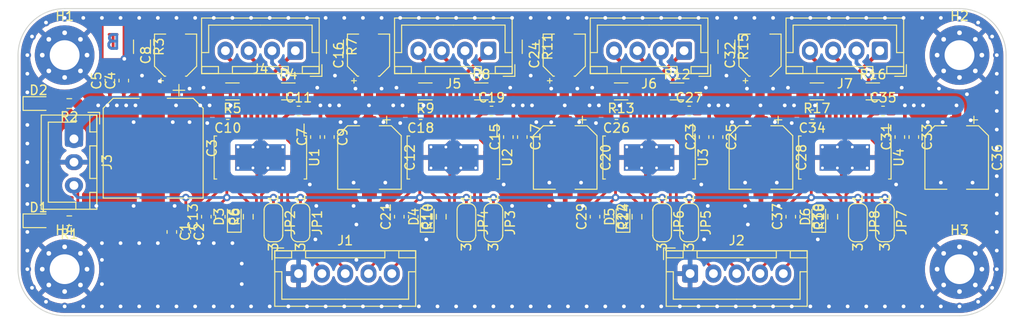
<source format=kicad_pcb>
(kicad_pcb (version 20211014) (generator pcbnew)
  (layers (0 "F.Cu" signal) (31 "B.Cu" signal) (34 "B.Paste" user) (35 "F.Paste" user) (36 "B.SilkS" user "B.Silkscreen") (37 "F.SilkS" user "F.Silkscreen") (38 "B.Mask" user) (39 "F.Mask" user) (44 "Edge.Cuts" user))
  (net 0 "")
  (net 1 "VCC")
  (net 2 "Net-(C7-Pad2)")
  (net 3 "+3.3V")
  (net 4 "GND")
  (net 5 "Net-(C7-Pad1)")
  (net 6 "Net-(C8-Pad2)")
  (net 7 "Net-(C9-Pad2)")
  (net 8 "Net-(C15-Pad2)")
  (net 9 "Net-(C15-Pad1)")
  (net 10 "Net-(C16-Pad2)")
  (net 11 "Net-(C17-Pad2)")
  (net 12 "Net-(C13-Pad2)")
  (net 13 "Net-(C23-Pad2)")
  (net 14 "Net-(C23-Pad1)")
  (net 15 "Net-(C24-Pad2)")
  (net 16 "Net-(C25-Pad2)")
  (net 17 "Net-(C21-Pad2)")
  (net 18 "Net-(C31-Pad2)")
  (net 19 "Net-(C31-Pad1)")
  (net 20 "Net-(C32-Pad2)")
  (net 21 "Net-(C33-Pad2)")
  (net 22 "Net-(C29-Pad2)")
  (net 23 "Net-(C37-Pad2)")
  (net 24 "Net-(D1-Pad2)")
  (net 25 "Net-(D2-Pad2)")
  (net 26 "Net-(D3-Pad2)")
  (net 27 "Net-(D4-Pad2)")
  (net 28 "Net-(D5-Pad2)")
  (net 29 "Net-(D6-Pad2)")
  (net 30 "DIR_1")
  (net 31 "STEP_1")
  (net 32 "DIR_2")
  (net 33 "STEP_2")
  (net 34 "DIR_3")
  (net 35 "STEP_3")
  (net 36 "DIR_4")
  (net 37 "STEP_4")
  (net 38 "Net-(JP1-Pad2)")
  (net 39 "Net-(JP2-Pad2)")
  (net 40 "Net-(JP3-Pad2)")
  (net 41 "Net-(JP4-Pad2)")
  (net 42 "Net-(JP5-Pad2)")
  (net 43 "Net-(JP6-Pad2)")
  (net 44 "Net-(JP7-Pad2)")
  (net 45 "Net-(JP8-Pad2)")
  (net 46 "Net-(R6-Pad2)")
  (net 47 "Net-(R10-Pad2)")
  (net 48 "Net-(R14-Pad2)")
  (net 49 "Net-(R18-Pad2)")
  (net 74 "/TMC2225-1/OA1")
  (net 75 "/TMC2225-1/OA2")
  (net 76 "/TMC2225-1/OB1")
  (net 77 "/TMC2225-1/OB2")
  (net 78 "/TMC2225-2/OA1")
  (net 79 "/TMC2225-2/OA2")
  (net 80 "/TMC2225-2/OB1")
  (net 81 "/TMC2225-2/OB2")
  (net 82 "/TMC2225-3/OA1")
  (net 83 "/TMC2225-3/OA2")
  (net 84 "/TMC2225-3/OB1")
  (net 85 "/TMC2225-3/OB2")
  (net 86 "/TMC2225-4/OA1")
  (net 87 "/TMC2225-4/OA2")
  (net 88 "/TMC2225-4/OB1")
  (net 89 "/TMC2225-4/OB2")
  (net 90 "/TMC2225-1/BRA")
  (net 91 "/TMC2225-1/BRB")
  (net 92 "/TMC2225-2/BRA")
  (net 93 "/TMC2225-2/BRB")
  (net 94 "/TMC2225-3/BRA")
  (net 95 "/TMC2225-3/BRB")
  (net 96 "/TMC2225-4/BRA")
  (net 97 "/TMC2225-4/BRB")
  (footprint "Capacitor_SMD:CP_Elec_4x5.7" (layer "F.Cu") (at 99.6 25 90)
    (fp_text reference "C32")
    (fp_text value "10uF")
  )
  (footprint "LED_SMD:LED_0603_1608Metric_Pad1.05x0.95mm_HandSolder" (layer "F.Cu") (at 105.9 42.3625 90)
    (fp_text reference "D6")
    (fp_text value "LED")
  )
  (footprint "LED_SMD:LED_0603_1608Metric_Pad1.05x0.95mm_HandSolder" (layer "F.Cu") (at 43.2 42.3625 90)
    (fp_text reference "D3")
    (fp_text value "LED")
  )
  (footprint "Resistor_SMD:R_1206_3216Metric_Pad1.30x1.75mm_HandSolder" (layer "F.Cu") (at 84.7 28.9 180)
    (fp_text reference "R13")
    (fp_text value "150m")
  )
  (footprint "Capacitor_SMD:CP_Elec_4x5.7" (layer "F.Cu") (at 57.6 25 90)
    (fp_text reference "C16")
    (fp_text value "10uF")
  )
  (footprint "LED_SMD:LED_0603_1608Metric_Pad1.05x0.95mm_HandSolder" (layer "F.Cu") (at 22.2 42.8)
    (fp_text reference "D1")
    (fp_text value "LED")
  )
  (footprint "Jumper:SolderJumper-3_P1.3mm_Bridged12_RoundedPad1.0x1.5mm_NumberLabels" (layer "F.Cu") (at 47.4 43 -90)
    (fp_text reference "JP2")
    (fp_text value "SolderJumper_3_Bridged12")
  )
  (footprint "Capacitor_SMD:C_0603_1608Metric_Pad1.08x0.95mm_HandSolder" (layer "F.Cu") (at 83.4 42.3625 -90)
    (fp_text reference "C22")
    (fp_text value "100nF")
  )
  (footprint "Jumper:SolderJumper-3_P1.3mm_Bridged12_RoundedPad1.0x1.5mm_NumberLabels" (layer "F.Cu") (at 113 43 -90)
    (fp_text reference "JP7")
    (fp_text value "SolderJumper_3_Bridged12")
  )
  (footprint "Capacitor_SMD:C_0603_1608Metric_Pad1.08x0.95mm_HandSolder" (layer "F.Cu") (at 114.6 33.8 90)
    (fp_text reference "C31")
    (fp_text value "22nF")
  )
  (footprint "Capacitor_SMD:C_0603_1608Metric_Pad1.08x0.95mm_HandSolder" (layer "F.Cu") (at 105.2 31.4 180)
    (fp_text reference "C34")
    (fp_text value "100nF")
  )
  (footprint "Capacitor_SMD:C_0603_1608Metric_Pad1.08x0.95mm_HandSolder" (layer "F.Cu") (at 38 44 -90)
    (fp_text reference "C2")
    (fp_text value "100nF")
  )
  (footprint "Resistor_SMD:R_0603_1608Metric_Pad0.98x0.95mm_HandSolder" (layer "F.Cu") (at 107.4 42.3625 90)
    (fp_text reference "R18")
    (fp_text value "1k")
  )
  (footprint "Resistor_SMD:R_0603_1608Metric_Pad0.98x0.95mm_HandSolder" (layer "F.Cu") (at 44.7 42.3625 90)
    (fp_text reference "R6")
    (fp_text value "1k")
  )
  (footprint "Resistor_SMD:R_1206_3216Metric_Pad1.30x1.75mm_HandSolder" (layer "F.Cu") (at 63.7 28.9 180)
    (fp_text reference "R9")
    (fp_text value "150m")
  )
  (footprint "Resistor_SMD:R_1206_3216Metric_Pad1.30x1.75mm_HandSolder" (layer "F.Cu") (at 105.7 28.9 180)
    (fp_text reference "R17")
    (fp_text value "150m")
  )
  (footprint "Capacitor_SMD:CP_Elec_10x10.5" (layer "F.Cu") (at 34.5 35 -90)
    (fp_text reference "C3")
    (fp_text value "100uF")
  )
  (footprint "Capacitor_SMD:C_0603_1608Metric_Pad1.08x0.95mm_HandSolder" (layer "F.Cu") (at 50.1 31)
    (fp_text reference "C11")
    (fp_text value "100nF")
  )
  (footprint "Resistor_SMD:R_1206_3216Metric_Pad1.30x1.75mm_HandSolder" (layer "F.Cu") (at 75 24.1 -90)
    (fp_text reference "R11")
    (fp_text value "110m")
  )
  (footprint "Capacitor_SMD:C_0603_1608Metric_Pad1.08x0.95mm_HandSolder" (layer "F.Cu") (at 31.345 27.7375 90)
    (fp_text reference "C4")
    (fp_text value "1uF")
  )
  (footprint "Capacitor_SMD:C_0603_1608Metric_Pad1.08x0.95mm_HandSolder" (layer "F.Cu") (at 116.1 33.8 -90)
    (fp_text reference "C33")
    (fp_text value "100nF")
  )
  (footprint "Capacitor_SMD:C_0603_1608Metric_Pad1.08x0.95mm_HandSolder" (layer "F.Cu") (at 92 31)
    (fp_text reference "C27")
    (fp_text value "100nF")
  )
  (footprint "Capacitor_SMD:C_0603_1608Metric_Pad1.08x0.95mm_HandSolder" (layer "F.Cu") (at 74.1 33.8 -90)
    (fp_text reference "C17")
    (fp_text value "100nF")
  )
  (footprint "Jumper:SolderJumper-3_P1.3mm_Bridged12_RoundedPad1.0x1.5mm_NumberLabels" (layer "F.Cu") (at 71 43 -90)
    (fp_text reference "JP3")
    (fp_text value "SolderJumper_3_Bridged12")
  )
  (footprint "Resistor_SMD:R_1206_3216Metric_Pad1.30x1.75mm_HandSolder" (layer "F.Cu") (at 54 24.1 -90)
    (fp_text reference "R7")
    (fp_text value "110m")
  )
  (footprint "Jumper:SolderJumper-3_P1.3mm_Bridged12_RoundedPad1.0x1.5mm_NumberLabels" (layer "F.Cu") (at 68.1 43 -90)
    (fp_text reference "JP4")
    (fp_text value "SolderJumper_3_Bridged12")
  )
  (footprint "Capacitor_SMD:C_0603_1608Metric_Pad1.08x0.95mm_HandSolder" (layer "F.Cu") (at 62.4 42.3625 -90)
    (fp_text reference "C14")
    (fp_text value "100nF")
  )
  (footprint "Jumper:SolderJumper-3_P1.3mm_Bridged12_RoundedPad1.0x1.5mm_NumberLabels" (layer "F.Cu") (at 50.3 43 -90)
    (fp_text reference "JP1")
    (fp_text value "SolderJumper_3_Bridged12")
  )
  (footprint "LED_SMD:LED_0603_1608Metric_Pad1.05x0.95mm_HandSolder" (layer "F.Cu") (at 22.2 30.2)
    (fp_text reference "D2")
    (fp_text value "LED")
  )
  (footprint "Capacitor_SMD:C_0603_1608Metric_Pad1.08x0.95mm_HandSolder" (layer "F.Cu") (at 36.5 44 -90)
    (fp_text reference "C1")
    (fp_text value "1uF")
  )
  (footprint "Capacitor_SMD:C_0603_1608Metric_Pad1.08x0.95mm_HandSolder" (layer "F.Cu") (at 70.8 31)
    (fp_text reference "C19")
    (fp_text value "100nF")
  )
  (footprint "Resistor_SMD:R_1206_3216Metric_Pad1.30x1.75mm_HandSolder" (layer "F.Cu") (at 96 24.1 -90)
    (fp_text reference "R15")
    (fp_text value "110m")
  )
  (footprint "Capacitor_SMD:CP_Elec_6.3x7.7" (layer "F.Cu") (at 78.7 36 -90)
    (fp_text reference "C20")
    (fp_text value "100uF")
  )
  (footprint "Capacitor_SMD:C_0603_1608Metric_Pad1.08x0.95mm_HandSolder" (layer "F.Cu") (at 102.9 42.3625 90)
    (fp_text reference "C37")
    (fp_text value "2.2uF")
  )
  (footprint "Resistor_SMD:R_0603_1608Metric_Pad0.98x0.95mm_HandSolder" (layer "F.Cu") (at 25.5 42.8 180)
    (fp_text reference "R1")
    (fp_text value "1k")
  )
  (footprint "Capacitor_SMD:C_0603_1608Metric_Pad1.08x0.95mm_HandSolder" (layer "F.Cu") (at 53.4 33.8 -90)
    (fp_text reference "C9")
    (fp_text value "100nF")
  )
  (footprint "Capacitor_SMD:C_0603_1608Metric_Pad1.08x0.95mm_HandSolder" (layer "F.Cu") (at 104.4 42.3625 -90)
    (fp_text reference "C30")
    (fp_text value "100nF")
  )
  (footprint "MountingHole:MountingHole_3.2mm_M3_Pad_Via" (layer "F.Cu") (at 121 25)
    (fp_text reference "H2")
    (fp_text value "MountingHole_Pad")
  )
  (footprint "Resistor_SMD:R_1206_3216Metric_Pad1.30x1.75mm_HandSolder" (layer "F.Cu") (at 49 28.9)
    (fp_text reference "R4")
    (fp_text value "150m")
  )
  (footprint "Connector_JST:JST_XH_B5B-XH-A_1x05_P2.50mm_Vertical" (layer "F.Cu") (at 92.1 48.475)
    (fp_text reference "J2")
    (fp_text value "Conn_01x05")
  )
  (footprint "Capacitor_SMD:C_0603_1608Metric_Pad1.08x0.95mm_HandSolder" (layer "F.Cu") (at 95.1 33.8 -90)
    (fp_text reference "C25")
    (fp_text value "100nF")
  )
  (footprint "MountingHole:MountingHole_3.2mm_M3_Pad_Via" (layer "F.Cu") (at 25 48)
    (fp_text reference "H4")
    (fp_text value "MountingHole_Pad")
  )
  (footprint "Resistor_SMD:R_0603_1608Metric_Pad0.98x0.95mm_HandSolder" (layer "F.Cu") (at 25.5 30.2 180)
    (fp_text reference "R2")
    (fp_text value "1k")
  )
  (footprint "Jumper:SolderJumper-3_P1.3mm_Bridged12_RoundedPad1.0x1.5mm_NumberLabels" (layer "F.Cu") (at 92 43 -90)
    (fp_text reference "JP5")
    (fp_text value "SolderJumper_3_Bridged12")
  )
  (footprint "Capacitor_SMD:C_0603_1608Metric_Pad1.08x0.95mm_HandSolder" (layer "F.Cu") (at 29.855 27.7375 90)
    (fp_text reference "C5")
    (fp_text value "100nF")
  )
  (footprint "Resistor_SMD:R_1206_3216Metric_Pad1.30x1.75mm_HandSolder" (layer "F.Cu") (at 111.7 28.9)
    (fp_text reference "R16")
    (fp_text value "150m")
  )
  (footprint "Capacitor_SMD:C_0603_1608Metric_Pad1.08x0.95mm_HandSolder" (layer "F.Cu") (at 60.9 42.3625 90)
    (fp_text reference "C21")
    (fp_text value "2.2uF")
  )
  (footprint "Capacitor_SMD:CP_Elec_4x5.7" (layer "F.Cu") (at 78.6 25 90)
    (fp_text reference "C24")
    (fp_text value "10uF")
  )
  (footprint "Connector_JST:JST_XH_B3B-XH-A_1x03_P2.50mm_Vertical" (layer "F.Cu") (at 26 34 -90)
    (fp_text reference "J3")
    (fp_text value "Conn_01x03_Male")
  )
  (footprint "Connector_JST:JST_XH_B4B-XH-A_1x04_P2.50mm_Vertical" (layer "F.Cu") (at 49.75 24.525 180)
    (fp_text reference "J4")
    (fp_text value "Conn_01x04_Female")
  )
  (footprint "Capacitor_SMD:C_0603_1608Metric_Pad1.08x0.95mm_HandSolder" (layer "F.Cu") (at 112.8 31)
    (fp_text reference "C35")
    (fp_text value "100nF")
  )
  (footprint "Capacitor_SMD:C_0603_1608Metric_Pad1.08x0.95mm_HandSolder" (layer "F.Cu") (at 84.2 31.4 180)
    (fp_text reference "C26")
    (fp_text value "100nF")
  )
  (footprint "Resistor_SMD:R_1206_3216Metric_Pad1.30x1.75mm_HandSolder" (layer "F.Cu") (at 90.7 28.9)
    (fp_text reference "R12")
    (fp_text value "150m")
  )
  (footprint "Capacitor_SMD:C_0603_1608Metric_Pad1.08x0.95mm_HandSolder" (layer "F.Cu") (at 63.2 31.4 180)
    (fp_text reference "C18")
    (fp_text value "100nF")
  )
  (footprint "LED_SMD:LED_0603_1608Metric_Pad1.05x0.95mm_HandSolder" (layer "F.Cu") (at 63.9 42.3625 90)
    (fp_text reference "D4")
    (fp_text value "LED")
  )
  (footprint "Package_SO:HTSSOP-28-1EP_4.4x9.7mm_P0.65mm_EP2.85x5.4mm_ThermalVias" (layer "F.Cu") (at 46 36 -90)
    (fp_text reference "U1")
    (fp_text value "TMC2225-SA-T")
  )
  (footprint "Package_SO:HTSSOP-28-1EP_4.4x9.7mm_P0.65mm_EP2.85x5.4mm_ThermalVias" (layer "F.Cu") (at 108.7 36 -90)
    (fp_text reference "U4")
    (fp_text value "TMC2225-SA-T")
  )
  (footprint "MountingHole:MountingHole_3.2mm_M3_Pad_Via" (layer "F.Cu") (at 25 25)
    (fp_text reference "H1")
    (fp_text value "MountingHole_Pad")
  )
  (footprint "Connector_JST:JST_XH_B5B-XH-A_1x05_P2.50mm_Vertical" (layer "F.Cu") (at 50.1 48.475)
    (fp_text reference "J1")
    (fp_text value "Conn_01x05")
  )
  (footprint "Jumper:SolderJumper-3_P1.3mm_Bridged12_RoundedPad1.0x1.5mm_NumberLabels" (layer "F.Cu") (at 110.1 43 -90)
    (fp_text reference "JP8")
    (fp_text value "SolderJumper_3_Bridged12")
  )
  (footprint "Capacitor_SMD:CP_Elec_6.3x7.7" (layer "F.Cu") (at 99.7 36 -90)
    (fp_text reference "C28")
    (fp_text value "100uF")
  )
  (footprint "Capacitor_SMD:C_0603_1608Metric_Pad1.08x0.95mm_HandSolder" (layer "F.Cu") (at 51.9 33.8 90)
    (fp_text reference "C7")
    (fp_text value "22nF")
  )
  (footprint "Capacitor_SMD:CP_Elec_6.3x7.7" (layer "F.Cu") (at 57.7 36 -90)
    (fp_text reference "C12")
    (fp_text value "100uF")
  )
  (footprint "Resistor_SMD:R_1206_3216Metric_Pad1.30x1.75mm_HandSolder" (layer "F.Cu") (at 69.7 28.9)
    (fp_text reference "R8")
    (fp_text value "150m")
  )
  (footprint "Connector_JST:JST_XH_B4B-XH-A_1x04_P2.50mm_Vertical" (layer "F.Cu") (at 70.45 24.525 180)
    (fp_text reference "J5")
    (fp_text value "Conn_01x04_Female")
  )
  (footprint "Resistor_SMD:R_0603_1608Metric_Pad0.98x0.95mm_HandSolder" (layer "F.Cu") (at 86.4 42.3625 90)
    (fp_text reference "R14")
    (fp_text value "1k")
  )
  (footprint "Package_SO:HTSSOP-28-1EP_4.4x9.7mm_P0.65mm_EP2.85x5.4mm_ThermalVias" (layer "F.Cu") (at 66.7 36 -90)
    (fp_text reference "U2")
    (fp_text value "TMC2225-SA-T")
  )
  (footprint "LED_SMD:LED_0603_1608Metric_Pad1.05x0.95mm_HandSolder" (layer "F.Cu") (at 84.9 42.3625 90)
    (fp_text reference "D5")
    (fp_text value "LED")
  )
  (footprint "Capacitor_SMD:CP_Elec_4x5.7" (layer "F.Cu") (at 36.9 25 90)
    (fp_text reference "C8")
    (fp_text value "10uF")
  )
  (footprint "Capacitor_SMD:C_0603_1608Metric_Pad1.08x0.95mm_HandSolder" (layer "F.Cu") (at 40.2 42.3625 90)
    (fp_text reference "C13")
    (fp_text value "2.2uF")
  )
  (footprint "Resistor_SMD:R_0603_1608Metric_Pad0.98x0.95mm_HandSolder" (layer "F.Cu") (at 65.4 42.3625 90)
    (fp_text reference "R10")
    (fp_text value "1k")
  )
  (footprint "Connector_JST:JST_XH_B4B-XH-A_1x04_P2.50mm_Vertical" (layer "F.Cu") (at 112.45 24.525 180)
    (fp_text reference "J7")
    (fp_text value "Conn_01x04_Female")
  )
  (footprint "Capacitor_SMD:C_0603_1608Metric_Pad1.08x0.95mm_HandSolder" (layer "F.Cu") (at 72.6 33.8 90)
    (fp_text reference "C15")
    (fp_text value "22nF")
  )
  (footprint "Capacitor_SMD:C_0603_1608Metric_Pad1.08x0.95mm_HandSolder" (layer "F.Cu") (at 42.5 31.4 180)
    (fp_text reference "C10")
    (fp_text value "100nF")
  )
  (footprint "Jumper:SolderJumper-3_P1.3mm_Bridged12_RoundedPad1.0x1.5mm_NumberLabels" (layer "F.Cu") (at 89.1 43 -90)
    (fp_text reference "JP6")
    (fp_text value "SolderJumper_3_Bridged12")
  )
  (footprint "Capacitor_SMD:C_0603_1608Metric_Pad1.08x0.95mm_HandSolder" (layer "F.Cu") (at 41.7 42.3625 -90)
    (fp_text reference "C6")
    (fp_text value "100nF")
  )
  (footprint "MountingHole:MountingHole_3.2mm_M3_Pad_Via" (layer "F.Cu") (at 121 48)
    (fp_text reference "H3")
    (fp_text value "MountingHole_Pad")
  )
  (footprint "Connector_JST:JST_XH_B4B-XH-A_1x04_P2.50mm_Vertical" (layer "F.Cu") (at 91.45 24.525 180)
    (fp_text reference "J6")
    (fp_text value "Conn_01x04_Female")
  )
  (footprint "Capacitor_SMD:C_0603_1608Metric_Pad1.08x0.95mm_HandSolder" (layer "F.Cu") (at 93.6 33.8 90)
    (fp_text reference "C23")
    (fp_text value "22nF")
  )
  (footprint "Capacitor_SMD:C_0603_1608Metric_Pad1.08x0.95mm_HandSolder" (layer "F.Cu") (at 81.9 42.3625 90)
    (fp_text reference "C29")
    (fp_text value "2.2uF")
  )
  (footprint "Capacitor_SMD:CP_Elec_6.3x7.7" (layer "F.Cu") (at 120.7 36 -90)
    (fp_text reference "C36")
    (fp_text value "100uF")
  )
  (footprint "Resistor_SMD:R_1206_3216Metric_Pad1.30x1.75mm_HandSolder" (layer "F.Cu") (at 43 28.9 180)
    (fp_text reference locked "R5")
    (fp_text value "150m")
  )
  (footprint "Package_SO:HTSSOP-28-1EP_4.4x9.7mm_P0.65mm_EP2.85x5.4mm_ThermalVias" (layer "F.Cu") (at 87.7 36 -90)
    (fp_text reference "U3")
    (fp_text value "TMC2225-SA-T")
  )
  (footprint "Resistor_SMD:R_1206_3216Metric_Pad1.30x1.75mm_HandSolder" (layer "F.Cu") (at 33.3 24.1 -90)
    (fp_text reference "R3")
    (fp_text value "110m")
  )
  (gr_line (start 121 53) (end 25 53) (layer "Edge.Cuts") (width 0.1))
  (gr_line (start 126 25) (end 126 48) (layer "Edge.Cuts") (width 0.1))
  (gr_arc (start 25 53) (mid 21.464466 51.535534) (end 20 48) (layer "Edge.Cuts") (width 0.1))
  (gr_line (start 20 48) (end 20 25) (layer "Edge.Cuts") (width 0.1))
  (gr_arc (start 20 25) (mid 21.464466 21.464466) (end 25 20) (layer "Edge.Cuts") (width 0.1))
  (gr_arc (start 121 20) (mid 124.535534 21.464466) (end 126 25) (layer "Edge.Cuts") (width 0.1))
  (gr_line (start 25 20) (end 121 20) (layer "Edge.Cuts") (width 0.1))
  (gr_arc (start 126 48) (mid 124.535534 51.535534) (end 121 53) (layer "Edge.Cuts") (width 0.1))
  (gr_text "T" (at 30.2 23.6) (layer "F.Cu") (effects (font (size 1.5 1.5) (thickness 0.3))))
  (gr_text "4 stepper drivers\nTMC2225-SA-T\nN.P. 03/2023\n" (at 36.4 48.6) (layer "F.Cu") (effects (font (size 1 1) (thickness 0.25))))
  (gr_text "B" (at 30.2 23.6) (layer "B.Cu") (effects (font (size 1.5 1.5) (thickness 0.3)) (justify mirror)))
  (segment (start 110.975 32.0375) (end 111.0625 31.95) (width 0.4) (layer "F.Cu") (net 1))
  (segment (start 99.65 30.4) (end 99.6 30.35) (width 0.4) (layer "F.Cu") (net 1))
  (segment (start 73.08 31.95) (end 69.0625 31.95) (width 0.4) (layer "F.Cu") (net 1))
  (segment (start 63.5 30.4) (end 60.25 30.4) (width 0.4) (layer "F.Cu") (net 1))
  (segment (start 69.9375 31) (end 69.9375 31.075) (width 0.4) (layer "F.Cu") (net 1))
  (segment (start 78.6 30.35) (end 78.6 33.2) (width 1) (layer "F.Cu") (net 1))
  (segment (start 64.425 33.1375) (end 64.425 31.7625) (width 0.4) (layer "F.Cu") (net 1))
  (segment (start 90.9375 31) (end 90.9375 31.075) (width 0.4) (layer "F.Cu") (net 1))
  (segment (start 106.425 31.7625) (end 106.0625 31.4) (width 0.4) (layer "F.Cu") (net 1))
  (segment (start 102.25 30.4) (end 103.25 30.4) (width 0.4) (layer "F.Cu") (net 1))
  (segment (start 116.1 30.4) (end 117.1 30.4) (width 0.4) (layer "F.Cu") (net 1))
  (segment (start 74.14 30.4) (end 73.14 30.4) (width 0.4) (layer "F.Cu") (net 1))
  (segment (start 43.725 31.7625) (end 43.3625 31.4) (width 0.4) (layer "F.Cu") (net 1))
  (segment (start 36.95 30.4) (end 34.9 30.4) (width 1) (layer "F.Cu") (net 1))
  (segment (start 74.1 32.7) (end 73.35 31.95) (width 0.4) (layer "F.Cu") (net 1))
  (segment (start 60.25 30.4) (end 61.25 30.4) (width 0.4) (layer "F.Cu") (net 1))
  (segment (start 57.6 26.8) (end 57.6 30.35) (width 1) (layer "F.Cu") (net 1))
  (segment (start 53.44 30.4) (end 52.44 30.4) (width 0.4) (layer "F.Cu") (net 1))
  (segment (start 96.14 30.4) (end 95.14 30.4) (width 0.4) (layer "F.Cu") (net 1))
  (segment (start 115.14 31.89) (end 115.08 31.95) (width 0.4) (layer "F.Cu") (net 1))
  (segment (start 42.8 30.4) (end 43.3625 30.9625) (width 0.4) (layer "F.Cu") (net 1))
  (segment (start 53.4 32.9375) (end 53.4 32.7) (width 0.4) (layer "F.Cu") (net 1))
  (segment (start 78.6 26.8) (end 78.6 30.35) (width 1) (layer "F.Cu") (net 1))
  (segment (start 73.14 31.89) (end 73.08 31.95) (width 0.4) (layer "F.Cu") (net 1))
  (segment (start 111.9375 31.075) (end 111.0625 31.95) (width 0.4) (layer "F.Cu") (net 1))
  (segment (start 48.275 33.1375) (end 48.275 32.0375) (width 0.4) (layer "F.Cu") (net 1))
  (segment (start 74.1 32.9375) (end 74.1 32.7) (width 0.4) (layer "F.Cu") (net 1))
  (segment (start 29.855 28.6) (end 29.855 30.145) (width 0.4) (layer "F.Cu") (net 1))
  (segment (start 115.14 30.4) (end 116.1 30.4) (width 0.4) (layer "F.Cu") (net 1))
  (segment (start 75.14 30.4) (end 74.14 30.4) (width 0.4) (layer "F.Cu") (net 1))
  (segment (start 63.5 30.4) (end 64.0625 30.9625) (width 0.4) (layer "F.Cu") (net 1))
  (segment (start 116.1 32.7) (end 115.35 31.95) (width 0.4) (layer "F.Cu") (net 1))
  (segment (start 95.1 32.7) (end 94.35 31.95) (width 0.4) (layer "F.Cu") (net 1))
  (segment (start 84.539905 30.421892) (end 84.518013 30.4) (width 0.4) (layer "F.Cu") (net 1))
  (segment (start 57.6 33.2) (end 57.7 33.3) (width 0.4) (layer "F.Cu") (net 1))
  (segment (start 43.725 33.1375) (end 43.725 31.7625) (width 0.4) (layer "F.Cu") (net 1))
  (segment (start 49.2375 31) (end 49.2375 31.075) (width 0.4) (layer "F.Cu") (net 1))
  (segment (start 85.425 33.1375) (end 85.425 31.7625) (width 0.4) (layer "F.Cu") (net 1))
  (segment (start 63.5 30.4) (end 60.6 30.4) (width 0.4) (layer "F.Cu") (net 1))
  (segment (start 94.08 31.95) (end 90.0625 31.95) (width 0.4) (layer "F.Cu") (net 1))
  (segment (start 30.6 30.4) (end 31.6 30.4) (width 1) (layer "F.Cu") (net 1))
  (segment (start 115.35 31.95) (end 115.08 31.95) (width 0.4) (layer "F.Cu") (net 1))
  (segment (start 32.6 30.4) (end 34.1 30.4) (width 1) (layer "F.Cu") (net 1))
  (segment (start 105.5 30.4) (end 102.6 30.4) (width 0.4) (layer "F.Cu") (net 1))
  (segment (start 48.275 32.0375) (end 48.3625 31.95) (width 0.4) (layer "F.Cu") (net 1))
  (segment (start 43.3625 30.9625) (end 43.3625 31.4) (width 0.4) (layer "F.Cu") (net 1))
  (segment (start 90.9375 31.075) (end 90.0625 31.95) (width 0.4) (layer "F.Cu") (net 1))
  (segment (start 120.7 30.42) (end 120.68 30.4) (width 0.4) (layer "F.Cu") (net 1))
  (segment (start 120.7 33.3) (end 120.7 30.42) (width 1) (layer "F.Cu") (net 1))
  (segment (start 69.9375 31.075) (end 69.0625 31.95) (width 0.4) (layer "F.Cu") (net 1))
  (segment (start 64.0625 30.9625) (end 64.0625 31.4) (width 0.4) (layer "F.Cu") (net 1))
  (segment (start 68.975 32.0375) (end 69.0625 31.95) (width 0.4) (layer "F.Cu") (net 1))
  (segment (start 42.8 30.4) (end 39.9 30.4) (width 0.4) (layer "F.Cu") (net 1))
  (segment (start 106.425 33.1375) (end 106.425 31.7625) (width 0.4) (layer "F.Cu") (net 1))
  (segment (start 31.345 30.145) (end 31.6 30.4) (width 0.4) (layer "F.Cu") (net 1))
  (segment (start 53.4 32.7) (end 52.65 31.95) (width 0.4) (layer "F.Cu") (net 1))
  (segment (start 52.65 31.95) (end 52.38 31.95) (width 0.4) (layer "F.Cu") (net 1))
  (segment (start 99.6 30.35) (end 99.6 33.2) (width 1) (layer "F.Cu") (net 1))
  (segment (start 84.539905 30.421892) (end 85.125 31.006987) (width 0.4) (layer "F.Cu") (net 1))
  (segment (start 115.08 31.95) (end 111.0625 31.95) (width 0.4) (layer "F.Cu") (net 1))
  (segment (start 105.5 30.4) (end 106.0625 30.9625) (width 0.4) (layer "F.Cu") (net 1))
  (segment (start 106.0625 30.9625) (end 106.0625 31.4) (width 0.4) (layer "F.Cu") (net 1))
  (segment (start 42.8 30.4) (end 39.55 30.4) (width 0.4) (layer "F.Cu") (net 1))
  (segment (start 78.6 33.2) (end 78.7 33.3) (width 0.4) (layer "F.Cu") (net 1))
  (segment (start 115.14 30.4) (end 115.14 31.89) (width 0.4) (layer "F.Cu") (net 1))
  (segment (start 57.6 30.35) (end 57.6 33.2) (width 1) (layer "F.Cu") (net 1))
  (segment (start 57.65 30.4) (end 57.6 30.35) (width 0.4) (layer "F.Cu") (net 1))
  (segment (start 95.1 32.9375) (end 95.1 32.7) (width 0.4) (layer "F.Cu") (net 1))
  (segment (start 99.6 33.2) (end 99.7 33.3) (width 0.4) (layer "F.Cu") (net 1))
  (segment (start 28.6 30.4) (end 29.6 30.4) (width 1) (layer "F.Cu") (net 1))
  (segment (start 81.3125 30.4) (end 82.3125 30.4) (width 0.4) (layer "F.Cu") (net 1))
  (segment (start 64.425 31.7625) (end 64.0625 31.4) (width 0.4) (layer "F.Cu") (net 1))
  (segment (start 26.4125 30.2) (end 26.4125 33.5875) (width 0.4) (layer "F.Cu") (net 1))
  (segment (start 29.855 30.145) (end 29.6 30.4) (width 0.4) (layer "F.Cu") (net 1))
  (segment (start 78.65 30.4) (end 78.6 30.35) (width 0.4) (layer "F.Cu") (net 1))
  (segment (start 73.14 30.4) (end 73.14 31.89) (width 0.4) (layer "F.Cu") (net 1))
  (segment (start 94.14 30.4) (end 94.14 31.89) (width 0.4) (layer "F.Cu") (net 1))
  (segment (start 29.6 30.4) (end 30.6 30.4) (width 1) (layer "F.Cu") (net 1))
  (segment (start 94.35 31.95) (end 94.08 31.95) (width 0.4) (layer "F.Cu") (net 1))
  (segment (start 111.9375 31) (end 111.9375 31.075) (width 0.4) (layer "F.Cu") (net 1))
  (segment (start 99.6 26.8) (end 99.6 30.35) (width 1) (layer "F.Cu") (net 1))
  (segment (start 31.6 30.4) (end 32.6 30.4) (width 1) (layer "F.Cu") (net 1))
  (segment (start 84.518013 30.4) (end 81.6625 30.4) (width 0.4) (layer "F.Cu") (net 1))
  (segment (start 95.14 30.4) (end 94.14 30.4) (width 0.4) (layer "F.Cu") (net 1))
  (segment (start 85.425 31.7625) (end 85.0625 31.4) (width 0.4) (layer "F.Cu") (net 1))
  (segment (start 94.14 31.89) (end 94.08 31.95) (width 0.4) (layer "F.Cu") (net 1))
  (segment (start 84.518013 30.4) (end 81.3125 30.4) (width 0.4) (layer "F.Cu") (net 1))
  (segment (start 89.975 32.0375) (end 90.0625 31.95) (width 0.4) (layer "F.Cu") (net 1))
  (segment (start 89.975 33.1375) (end 89.975 32.0375) (width 0.4) (layer "F.Cu") (net 1))
  (segment (start 39.55 30.4) (end 40.55 30.4) (width 0.4) (layer "F.Cu") (net 1))
  (segment (start 85.125 31.006987) (end 85.125 31.4) (width 0.4) (layer "F.Cu") (net 1))
  (segment (start 52.38 31.95) (end 48.3625 31.95) (width 0.4) (layer "F.Cu") (net 1))
  (segment (start 34.9 30.4) (end 34.5 30.8) (width 0.4) (layer "F.Cu") (net 1))
  (segment (start 73.35 31.95) (end 73.08 31.95) (width 0.4) (layer "F.Cu") (net 1))
  (segment (start 26.4125 33.5875) (end 26 34) (width 0.4) (layer "F.Cu") (net 1))
  (segment (start 31.345 28.6) (end 31.345 30.145) (width 0.4) (layer "F.Cu") (net 1))
  (segment (start 68.975 33.1375) (end 68.975 32.0375) (width 0.4) (layer "F.Cu") (net 1))
  (segment (start 52.44 31.89) (end 52.38 31.95) (width 0.4) (layer "F.Cu") (net 1))
  (segment (start 34.1 30.4) (end 34.5 30.8) (width 0.4) (layer "F.Cu") (net 1))
  (segment (start 49.2375 31.075) (end 48.3625 31.95) (width 0.4) (layer "F.Cu") (net 1))
  (segment (start 52.44 30.4) (end 52.44 31.89) (width 0.4) (layer "F.Cu") (net 1))
  (segment (start 116.1 32.9375) (end 116.1 32.7) (width 0.4) (layer "F.Cu") (net 1))
  (segment (start 110.975 33.1375) (end 110.975 32.0375) (width 0.4) (layer "F.Cu") (net 1))
  (segment (start 36.95 30.4) (end 36.9 30.35) (width 0.4) (layer "F.Cu") (net 1))
  (segment (start 105.5 30.4) (end 102.25 30.4) (width 0.4) (layer "F.Cu") (net 1))
  (segment (start 54.44 30.4) (end 53.44 30.4) (width 0.4) (layer "F.Cu") (net 1))
  (segment (start 36.9 26.8) (end 36.9 30.35) (width 1) (layer "F.Cu") (net 1))
  (via (at 32.6 30.4) (size 0.8) (drill 0.4) (layers "F.Cu" "B.Cu") (net 1))
  (via (at 82.3125 30.4) (size 0.8) (drill 0.4) (layers "F.Cu" "B.Cu") (net 1))
  (via (at 74.14 30.4) (size 0.8) (drill 0.4) (layers "F.Cu" "B.Cu") (net 1))
  (via (at 116.1 30.4) (size 0.8) (drill 0.4) (layers "F.Cu" "B.Cu") (net 1))
  (via (at 99.65 30.4) (size 0.8) (drill 0.4) (layers "F.Cu" "B.Cu") (net 1))
  (via (at 102.25 30.4) (size 0.8) (drill 0.4) (layers "F.Cu" "B.Cu") (net 1))
  (via (at 84.539905 30.421892) (size 0.8) (drill 0.4) (layers "F.Cu" "B.Cu") (net 1))
  (via (at 29.6 30.4) (size 0.8) (drill 0.4) (layers "F.Cu" "B.Cu") (net 1))
  (via (at 75.14 30.4) (size 0.8) (drill 0.4) (layers "F.Cu" "B.Cu") (net 1))
  (via (at 52.44 30.4) (size 0.8) (drill 0.4) (layers "F.Cu" "B.Cu") (net 1))
  (via (at 96.14 30.4) (size 0.8) (drill 0.4) (layers "F.Cu" "B.Cu") (net 1))
  (via (at 60.25 30.4) (size 0.8) (drill 0.4) (layers "F.Cu" "B.Cu") (net 1))
  (via (at 42.8 30.4) (size 0.8) (drill 0.4) (layers "F.Cu" "B.Cu") (net 1))
  (via (at 30.6 30.4) (size 0.8) (drill 0.4) (layers "F.Cu" "B.Cu") (net 1))
  (via (at 61.25 30.4) (size 0.8) (drill 0.4) (layers "F.Cu" "B.Cu") (net 1))
  (via (at 95.14 30.4) (size 0.8) (drill 0.4) (layers "F.Cu" "B.Cu") (net 1))
  (via (at 53.44 30.4) (size 0.8) (drill 0.4) (layers "F.Cu" "B.Cu") (net 1))
  (via (at 36.95 30.4) (size 0.8) (drill 0.4) (layers "F.Cu" "B.Cu") (net 1))
  (via (at 78.65 30.4) (size 0.8) (drill 0.4) (layers "F.Cu" "B.Cu") (net 1))
  (via (at 120.68 30.4) (size 0.8) (drill 0.4) (layers "F.Cu" "B.Cu") (net 1))
  (via (at 115.14 30.4) (size 0.8) (drill 0.4) (layers "F.Cu" "B.Cu") (net 1))
  (via (at 94.14 30.4) (size 0.8) (drill 0.4) (layers "F.Cu" "B.Cu") (net 1))
  (via (at 81.3125 30.4) (size 0.8) (drill 0.4) (layers "F.Cu" "B.Cu") (net 1))
  (via (at 105.5 30.4) (size 0.8) (drill 0.4) (layers "F.Cu" "B.Cu") (net 1))
  (via (at 73.14 30.4) (size 0.8) (drill 0.4) (layers "F.Cu" "B.Cu") (net 1))
  (via (at 117.1 30.4) (size 0.8) (drill 0.4) (layers "F.Cu" "B.Cu") (net 1))
  (via (at 28.6 30.4) (size 0.8) (drill 0.4) (layers "F.Cu" "B.Cu") (net 1))
  (via (at 63.5 30.4) (size 0.8) (drill 0.4) (layers "F.Cu" "B.Cu") (net 1))
  (via (at 57.65 30.4) (size 0.8) (drill 0.4) (layers "F.Cu" "B.Cu") (net 1))
  (via (at 31.6 30.4) (size 0.8) (drill 0.4) (layers "F.Cu" "B.Cu") (net 1))
  (via (at 54.44 30.4) (size 0.8) (drill 0.4) (layers "F.Cu" "B.Cu") (net 1))
  (via (at 39.55 30.4) (size 0.8) (drill 0.4) (layers "F.Cu" "B.Cu") (net 1))
  (via (at 40.55 30.4) (size 0.8) (drill 0.4) (layers "F.Cu" "B.Cu") (net 1))
  (via (at 103.25 30.4) (size 0.8) (drill 0.4) (layers "F.Cu" "B.Cu") (net 1))
  (segment (start 57.65 30.4) (end 52.44 30.4) (width 2) (layer "B.Cu") (net 1))
  (segment (start 57.65 30.4) (end 73.14 30.4) (width 2) (layer "B.Cu") (net 1))
  (segment (start 99.65 30.4) (end 115.14 30.4) (width 2) (layer "B.Cu") (net 1))
  (segment (start 115.14 30.4) (end 120.5 30.4) (width 2) (layer "B.Cu") (net 1))
  (segment (start 94.14 30.4) (end 99.65 30.4) (width 2) (layer "B.Cu") (net 1))
  (segment (start 36.95 30.4) (end 27.85 30.4) (width 2) (layer "B.Cu") (net 1))
  (segment (start 78.65 30.4) (end 73.14 30.4) (width 2) (layer "B.Cu") (net 1))
  (segment (start 26 32.25) (end 26 34) (width 2) (layer "B.Cu") (net 1))
  (segment (start 27.85 30.4) (end 26 32.25) (width 2) (layer "B.Cu") (net 1))
  (segment (start 78.65 30.4) (end 94.14 30.4) (width 2) (layer "B.Cu") (net 1))
  (segment (start 36.95 30.4) (end 52.44 30.4) (width 2) (layer "B.Cu") (net 1))
  (segment (start 50.425 32.9375) (end 50.225 33.1375) (width 0.3) (layer "F.Cu") (net 2))
  (segment (start 51.9 32.9375) (end 50.425 32.9375) (width 0.3) (layer "F.Cu") (net 2))
  (segment (start 36.5 43.1375) (end 38 43.1375) (width 0.3) (layer "F.Cu") (net 3))
  (segment (start 26 39) (end 26.4125 39.4125) (width 0.3) (layer "F.Cu") (net 3))
  (segment (start 110.1 41.7) (end 110.1 40.3) (width 0.3) (layer "F.Cu") (net 3))
  (segment (start 113 41.7) (end 113 40.3) (width 0.3) (layer "F.Cu") (net 3))
  (segment (start 50.3 41.7) (end 50.3 40.3) (width 0.3) (layer "F.Cu") (net 3))
  (segment (start 83.4 41) (end 84.1 40.3) (width 0.3) (layer "F.Cu") (net 3))
  (segment (start 92 41.7) (end 92 40.3) (width 0.3) (layer "F.Cu") (net 3))
  (segment (start 89.1 41.7) (end 89.1 40.3) (width 0.3) (layer "F.Cu") (net 3))
  (segment (start 42.4 38.8875) (end 42.425 38.8625) (width 0.3) (layer "F.Cu") (net 3))
  (segment (start 104.4 41.5) (end 104.4 41) (width 0.3) (layer "F.Cu") (net 3))
  (segment (start 84.1 38.8875) (end 84.125 38.8625) (width 0.3) (layer "F.Cu") (net 3))
  (segment (start 62.4 41.5) (end 62.4 41) (width 0.3) (layer "F.Cu") (net 3))
  (segment (start 104.4 41) (end 105.1 40.3) (width 0.3) (layer "F.Cu") (net 3))
  (segment (start 41.7 41) (end 42.4 40.3) (width 0.3) (layer "F.Cu") (net 3))
  (segment (start 105.1 40.3) (end 105.1 38.8875) (width 0.3) (layer "F.Cu") (net 3))
  (segment (start 47.4 41.7) (end 47.4 40.3) (width 0.3) (layer "F.Cu") (net 3))
  (segment (start 63.1 40.3) (end 63.1 38.8875) (width 0.3) (layer "F.Cu") (net 3))
  (segment (start 62.4 41) (end 63.1 40.3) (width 0.3) (layer "F.Cu") (net 3))
  (segment (start 68.1 41.7) (end 68.1 40.3) (width 0.3) (layer "F.Cu") (net 3))
  (segment (start 41.7 41.5) (end 41.7 41) (width 0.3) (layer "F.Cu") (net 3))
  (segment (start 63.1 38.8875) (end 63.125 38.8625) (width 0.3) (layer "F.Cu") (net 3))
  (segment (start 84.1 40.3) (end 84.1 38.8875) (width 0.3) (layer "F.Cu") (net 3))
  (segment (start 38 40.3) (end 38 43.1375) (width 0.3) (layer "F.Cu") (net 3))
  (segment (start 71 41.7) (end 71 40.3) (width 0.3) (layer "F.Cu") (net 3))
  (segment (start 105.1 38.8875) (end 105.125 38.8625) (width 0.3) (layer "F.Cu") (net 3))
  (segment (start 42.4 40.3) (end 42.4 38.8875) (width 0.3) (layer "F.Cu") (net 3))
  (segment (start 26.4125 39.4125) (end 26.4125 42.8) (width 0.3) (layer "F.Cu") (net 3))
  (segment (start 83.4 41.5) (end 83.4 41) (width 0.3) (layer "F.Cu") (net 3))
  (via (at 105.1 40.3) (size 0.8) (drill 0.4) (layers "F.Cu" "B.Cu") (net 3))
  (via (at 50.3 40.3) (size 0.8) (drill 0.4) (layers "F.Cu" "B.Cu") (net 3))
  (via (at 110.1 40.3) (size 0.8) (drill 0.4) (layers "F.Cu" "B.Cu") (net 3))
  (via (at 42.4 40.3) (size 0.8) (drill 0.4) (layers "F.Cu" "B.Cu") (net 3))
  (via (at 89.1 40.3) (size 0.8) (drill 0.4) (layers "F.Cu" "B.Cu") (net 3))
  (via (at 71 40.3) (size 0.8) (drill 0.4) (layers "F.Cu" "B.Cu") (net 3))
  (via (at 113 40.3) (size 0.8) (drill 0.4) (layers "F.Cu" "B.Cu") (net 3))
  (via (at 92 40.3) (size 0.8) (drill 0.4) (layers "F.Cu" "B.Cu") (net 3))
  (via (at 38 40.3) (size 0.8) (drill 0.4) (layers "F.Cu" "B.Cu") (net 3))
  (via (at 84.1 40.3) (size 0.8) (drill 0.4) (layers "F.Cu" "B.Cu") (net 3))
  (via (at 63.1 40.3) (size 0.8) (drill 0.4) (layers "F.Cu" "B.Cu") (net 3))
  (via (at 47.4 40.3) (size 0.8) (drill 0.4) (layers "F.Cu" "B.Cu") (net 3))
  (via (at 68.1 40.3) (size 0.8) (drill 0.4) (layers "F.Cu" "B.Cu") (net 3))
  (segment (start 68.1 40.3) (end 71 40.3) (width 0.3) (layer "B.Cu") (net 3))
  (segment (start 26 39.9) (end 26 39) (width 0.3) (layer "B.Cu") (net 3))
  (segment (start 42.4 40.3) (end 26.4 40.3) (width 0.3) (layer "B.Cu") (net 3))
  (segment (start 110.1 40.3) (end 105.1 40.3) (width 0.3) (layer "B.Cu") (net 3))
  (segment (start 89.1 40.3) (end 84.1 40.3) (width 0.3) (layer "B.Cu") (net 3))
  (segment (start 92 40.3) (end 105.1 40.3) (width 0.3) (layer "B.Cu") (net 3))
  (segment (start 89.1 40.3) (end 92 40.3) (width 0.3) (layer "B.Cu") (net 3))
  (segment (start 26.4 40.3) (end 26 39.9) (width 0.3) (layer "B.Cu") (net 3))
  (segment (start 71 40.3) (end 84.1 40.3) (width 0.3) (layer "B.Cu") (net 3))
  (segment (start 68.1 40.3) (end 63.1 40.3) (width 0.3) (layer "B.Cu") (net 3))
  (segment (start 47.4 40.3) (end 42.4 40.3) (width 0.3) (layer "B.Cu") (net 3))
  (segment (start 110.1 40.3) (end 113 40.3) (width 0.3) (layer "B.Cu") (net 3))
  (segment (start 47.4 40.3) (end 50.3 40.3) (width 0.3) (layer "B.Cu") (net 3))
  (segment (start 50.3 40.3) (end 63.1 40.3) (width 0.3) (layer "B.Cu") (net 3))
  (segment (start 83.475 33.1375) (end 83.475 31.5375) (width 0.4) (layer "F.Cu") (net 4))
  (segment (start 66.375 36.325) (end 66.7 36) (width 0.4) (layer "F.Cu") (net 4))
  (segment (start 62.475 33.1375) (end 62.475 31.5375) (width 0.4) (layer "F.Cu") (net 4))
  (segment (start 50.9625 31) (end 50.9625 29.3125) (width 0.4) (layer "F.Cu") (net 4))
  (segment (start 45.675 38.8625) (end 45.675 36.325) (width 0.4) (layer "F.Cu") (net 4))
  (segment (start 50.9625 29.3125) (end 50.55 28.9) (width 0.4) (layer "F.Cu") (net 4))
  (segment (start 92.8625 29.5125) (end 92.25 28.9) (width 0.4) (layer "F.Cu") (net 4))
  (segment (start 83.475 31.5375) (end 83.3375 31.4) (width 0.4) (layer "F.Cu") (net 4))
  (segment (start 84.125 32.1875) (end 83.3375 31.4) (width 0.4) (layer "F.Cu") (net 4))
  (segment (start 71.6625 29.3125) (end 71.25 28.9) (width 0.4) (layer "F.Cu") (net 4))
  (segment (start 71.6625 31) (end 71.6625 29.3125) (width 0.4) (layer "F.Cu") (net 4))
  (segment (start 41.775 33.1375) (end 41.775 31.5375) (width 0.4) (layer "F.Cu") (net 4))
  (segment (start 108.375 36.325) (end 108.7 36) (width 0.4) (layer "F.Cu") (net 4))
  (segment (start 87.375 38.8625) (end 87.375 36.325) (width 0.4) (layer "F.Cu") (net 4))
  (segment (start 63.125 33.1375) (end 63.125 32.1875) (width 0.4) (layer "F.Cu") (net 4))
  (segment (start 104.475 33.1375) (end 104.475 31.5375) (width 0.4) (layer "F.Cu") (net 4))
  (segment (start 84.125 33.1375) (end 84.125 32.1875) (width 0.4) (layer "F.Cu") (net 4))
  (segment (start 41.775 31.5375) (end 41.6375 31.4) (width 0.4) (layer "F.Cu") (net 4))
  (segment (start 45.675 36.325) (end 46 36) (width 0.4) (layer "F.Cu") (net 4))
  (segment (start 105.125 33.1375) (end 105.125 32.1875) (width 0.4) (layer "F.Cu") (net 4))
  (segment (start 66.375 38.8625) (end 66.375 36.325) (width 0.4) (layer "F.Cu") (net 4))
  (segment (start 113.6625 31) (end 113.6625 29.3125) (width 0.4) (layer "F.Cu") (net 4))
  (segment (start 87.375 36.325) (end 87.7 36) (width 0.4) (layer "F.Cu") (net 4))
  (segment (start 63.125 32.1875) (end 62.3375 31.4) (width 0.4) (layer "F.Cu") (net 4))
  (segment (start 42.425 33.1375) (end 42.425 32.1875) (width 0.4) (layer "F.Cu") (net 4))
  (segment (start 92.8625 31) (end 92.8625 29.5125) (width 0.4) (layer "F.Cu") (net 4))
  (segment (start 42.425 32.1875) (end 41.6375 31.4) (width 0.4) (layer "F.Cu") (net 4))
  (segment (start 108.375 38.8625) (end 108.375 36.325) (width 0.4) (layer "F.Cu") (net 4))
  (segment (start 105.125 32.1875) (end 104.3375 31.4) (width 0.4) (layer "F.Cu") (net 4))
  (segment (start 62.475 31.5375) (end 62.3375 31.4) (width 0.4) (layer "F.Cu") (net 4))
  (segment (start 113.6625 29.3125) (end 113.25 28.9) (width 0.4) (layer "F.Cu") (net 4))
  (segment (start 104.475 31.5375) (end 104.3375 31.4) (width 0.4) (layer "F.Cu") (net 4))
  (via (at 95 21) (size 0.8) (drill 0.4) (layers "F.Cu" "B.Cu") (net 4))
  (via (at 85 52) (size 0.8) (drill 0.4) (layers "F.Cu" "B.Cu") (net 4))
  (via (at 41 45.2) (size 0.8) (drill 0.4) (layers "F.Cu" "B.Cu") (net 4))
  (via (at 31 21) (size 0.8) (drill 0.4) (layers "F.Cu" "B.Cu") (net 4))
  (via (at 59.6 41.2) (size 0.8) (drill 0.4) (layers "F.Cu" "B.Cu") (net 4))
  (via (at 124.5 23) (size 0.8) (drill 0.4) (layers "F.Cu" "B.Cu") (net 4))
  (via (at 79 21) (size 0.8) (drill 0.4) (layers "F.Cu" "B.Cu") (net 4))
  (via (at 113 52) (size 0.8) (drill 0.4) (layers "F.Cu" "B.Cu") (net 4))
  (via (at 41 52) (size 0.8) (drill 0.4) (layers "F.Cu" "B.Cu") (net 4))
  (via (at 65 52) (size 0.8) (drill 0.4) (layers "F.Cu" "B.Cu") (net 4))
  (via (at 118.8 28.6) (size 0.8) (drill 0.4) (layers "F.Cu" "B.Cu") (net 4))
  (via (at 73 21) (size 0.8) (drill 0.4) (layers "F.Cu" "B.Cu") (net 4))
  (via (at 56.2 32.2) (size 0.8) (drill 0.4) (layers "F.Cu" "B.Cu") (net 4))
  (via (at 59 52) (size 0.8) (drill 0.4) (layers "F.Cu" "B.Cu") (net 4))
  (via (at 75.6 32.2) (size 0.8) (drill 0.4) (layers "F.Cu" "B.Cu") (net 4))
  (via (at 119 52) (size 0.8) (drill 0.4) (layers "F.Cu" "B.Cu") (net 4))
  (via (at 39.9 28.5) (size 0.8) (drill 0.4) (layers "F.Cu" "B.Cu") (net 4))
  (via (at 97 52) (size 0.8) (drill 0.4) (layers "F.Cu" "B.Cu") (net 4))
  (via (at 105.8 44.8) (size 0.8) (drill 0.4) (layers "F.Cu" "B.Cu") (net 4))
  (via (at 21 27) (size 0.8) (drill 0.4) (layers "F.Cu" "B.Cu") (net 4))
  (via (at 98.3 47) (size 0.8) (drill 0.4) (layers "F.Cu" "B.Cu") (net 4))
  (via (at 51 21) (size 0.8) (drill 0.4) (layers "F.Cu" "B.Cu") (net 4))
  (via (at 89 52) (size 0.8) (drill 0.4) (layers "F.Cu" "B.Cu") (net 4))
  (via (at 55 21) (size 0.8) (drill 0.4) (layers "F.Cu" "B.Cu") (net 4))
  (via (at 72.8 28.5) (size 0.8) (drill 0.4) (layers "F.Cu" "B.Cu") (net 4))
  (via (at 21 48) (size 0.8) (drill 0.4) (layers "F.Cu" "B.Cu") (net 4))
  (via (at 95 52) (size 0.8) (drill 0.4) (layers "F.Cu" "B.Cu") (net 4))
  (via (at 80.4 38.7) (size 0.8) (drill 0.4) (layers "F.Cu" "B.Cu") (net 4))
  (via (at 93.8 28.5) (size 0.8) (drill 0.4) (layers "F.Cu" "B.Cu") (net 4))
  (via (at 123 51.5) (size 0.8) (drill 0.4) (layers "F.Cu" "B.Cu") (net 4))
  (via (at 35 45.2) (size 0.8) (drill 0.4) (layers "F.Cu" "B.Cu") (net 4))
  (via (at 63 52) (size 0.8) (drill 0.4) (layers "F.Cu" "B.Cu") (net 4))
  (via (at 52.1 28.5) (size 0.8) (drill 0.4) (layers "F.Cu" "B.Cu") (net 4))
  (via (at 31 45.2) (size 0.8) (drill 0.4) (layers "F.Cu" "B.Cu") (net 4))
  (via (at 32.4 32.2) (size 0.8) (drill 0.4) (layers "F.Cu" "B.Cu") (net 4))
  (via (at 75 21) (size 0.8) (drill 0.4) (layers "F.Cu" "B.Cu") (net 4))
  (via (at 123 21.5) (size 0.8) (drill 0.4) (layers "F.Cu" "B.Cu") (net 4))
  (via (at 21 32.5) (size 0.8) (drill 0.4) (layers "F.Cu" "B.Cu") (net 4))
  (via (at 51.3 38.9) (size 0.8) (drill 0.4) (layers "F.Cu" "B.Cu") (net 4))
  (via (at 121 52) (size 0.8) (drill 0.4) (layers "F.Cu" "B.Cu") (net 4))
  (via (at 115 21) (size 0.8) (drill 0.4) (layers "F.Cu" "B.Cu") (net 4))
  (via (at 39 52) (size 0.8) (drill 0.4) (layers "F.Cu" "B.Cu") (net 4))
  (via (at 39 21) (size 0.8) (drill 0.4) (layers "F.Cu" "B.Cu") (net 4))
  (via (at 125 48) (size 0.8) (drill 0.4) (layers "F.Cu" "B.Cu") (net 4))
  (via (at 80.2 32.2) (size 0.8) (drill 0.4) (layers "F.Cu" "B.Cu") (net 4))
  (via (at 81 52) (size 0.8) (drill 0.4) (layers "F.Cu" "B.Cu") (net 4))
  (via (at 23 21.5) (size 0.8) (drill 0.4) (layers "F.Cu" "B.Cu") (net 4))
  (via (at 87 21) (size 0.8) (drill 0.4) (layers "F.Cu" "B.Cu") (net 4))
  (via (at 35.2 27.8) (size 0.8) (drill 0.4) (layers "F.Cu" "B.Cu") (net 4))
  (via (at 25 52) (size 0.8) (drill 0.4) (layers "F.Cu" "B.Cu") (net 4))
  (via (at 115 52) (size 0.8) (drill 0.4) (layers "F.Cu" "B.Cu") (net 4))
  (via (at 65 21) (size 0.8) (drill 0.4) (layers "F.Cu" "B.Cu") (net 4))
  (via (at 37 21) (size 0.8) (drill 0.4) (layers "F.Cu" "B.Cu") (net 4))
  (via (at 93.3 38.9) (size 0.8) (drill 0.4) (layers "F.Cu" "B.Cu") (net 4))
  (via (at 96 27.2) (size 0.8) (drill 0.4) (layers "F.Cu" "B.Cu") (net 4))
  (via (at 77.2 32.2) (size 0.8) (drill 0.4) (layers "F.Cu" "B.Cu") (net 4))
  (via (at 111 21) (size 0.8) (drill 0.4) (layers "F.Cu" "B.Cu") (net 4))
  (via (at 23 51.5) (size 0.8) (drill 0.4) (layers "F.Cu" "B.Cu") (net 4))
  (via (at 98.2 28.6) (size 0.8) (drill 0.4) (layers "F.Cu" "B.Cu") (net 4))
  (via (at 105 21) (size 0.8) (drill 0.4) (layers "F.Cu" "B.Cu") (net 4))
  (via (at 28.4 41.2) (size 0.8) (drill 0.4) (layers "F.Cu" "B.Cu") (net 4))
  (via (at 73 41.2) (size 0.8) (drill 0.4) (layers "F.Cu" "B.Cu") (net 4))
  (via (at 59.4 38.7) (size 0.8) (drill 0.4) (layers "F.Cu" "B.Cu") (net 4))
  (via (at 29 21) (size 0.8) (drill 0.4) (layers "F.Cu" "B.Cu") (net 4))
  (via (at 61 21) (size 0.8) (drill 0.4) (layers "F.Cu" "B.Cu") (net 4))
  (via (at 56.3 43.2) (size 0.8) (drill 0.4) (layers "F.Cu" "B.Cu") (net 4))
  (via (at 71 52) (size 0.8) (drill 0.4) (layers "F.Cu" "B.Cu") (net 4))
  (via (at 21 25) (size 0.8) (drill 0.4) (layers "F.Cu" "B.Cu") (net 4))
  (via (at 125 35) (size 0.8) (drill 0.4) (layers "F.Cu" "B.Cu") (net 4))
  (via (at 124.5 50) (size 0.8) (drill 0.4) (layers "F.Cu" "B.Cu") (net 4))
  (via (at 39.4 45.2) (size 0.8) (drill 0.4) (layers "F.Cu" "B.Cu") (net 4))
  (via (at 103 32.3) (size 0.8) (drill 0.4) (layers "F.Cu" "B.Cu") (net 4))
  (via (at 101.4 38.7) (size 0.8) (drill 0.4) (layers "F.Cu" "B.Cu") (net 4))
  (via (at 21 41) (size 0.8) (drill 0.4) (layers "F.Cu" "B.Cu") (net 4))
  (via (at 125 40) (size 0.8) (drill 0.4) (layers "F.Cu" "B.Cu") (net 4))
  (via (at 125 42) (size 0.8) (drill 0.4) (layers "F.Cu" "B.Cu") (net 4))
  (via (at 75 52) (size 0.8) (drill 0.4) (layers "F.Cu" "B.Cu") (net 4))
  (via (at 38.4 32.2) (size 0.8) (drill 0.4) (layers "F.Cu" "B.Cu") (net 4))
  (via (at 29 47) (size 0.8) (drill 0.4) (layers "F.Cu" "B.Cu") (net 4))
  (via (at 79 52) (size 0.8) (drill 0.4) (layers "F.Cu" "B.Cu") (net 4))
  (via (at 37 52) (size 0.8) (drill 0.4) (layers "F.Cu" "B.Cu") (net 4))
  (via (at 107 21) (size 0.8) (drill 0.4) (layers "F.Cu" "B.Cu") (net 4))
  (via (at 119 21) (size 0.8) (drill 0.4) (layers "F.Cu" "B.Cu") (net 4))
  (via (at 33 52) (size 0.8) (drill 0.4) (layers "F.Cu" "B.Cu") (net 4))
  (via (at 43 52) (size 0.8) (drill 0.4) (layers "F.Cu" "B.Cu") (net 4))
  (via (at 35 21) (size 0.8) (drill 0.4) (layers "F.Cu" "B.Cu") (net 4))
  (via (at 31 52) (size 0.8) (drill 0.4) (layers "F.Cu" "B.Cu") (net 4))
  (via (at 89 21) (size 0.8) (drill 0.4) (layers "F.Cu" "B.Cu") (net 4))
  (via (at 21 44) (size 0.8) (drill 0.4) (layers "F.Cu" "B.Cu") (net 4))
  (via (at 55 52) (size 0.8) (drill 0.4) (layers "F.Cu" "B.Cu") (net 4))
  (via (at 59.2 32.2) (size 0.8) (drill 0.4) (layers "F.Cu" "B.Cu") (net 4))
  (via (at 121.8 29.2) (size 0.8) (drill 0.4) (layers "F.Cu" "B.Cu") (net 4))
  (via (at 25 21) (size 0.8) (drill 0.4) (layers "F.Cu" "B.Cu") (net 4))
  (via (at 119.2 32.2) (size 0.8) (drill 0.4) (layers "F.Cu" "B.Cu") (net 4))
  (via (at 57 21) (size 0.8) (drill 0.4) (layers "F.Cu" "B.Cu") (net 4))
  (via (at 53 52) (size 0.8) (drill 0.4) (layers "F.Cu" "B.Cu") (net 4))
  (via (at 69 21) (size 0.8) (drill 0.4) (layers "F.Cu" "B.Cu") (net 4))
  (via (at 77 52) (size 0.8) (drill 0.4) (layers "F.Cu" "B.Cu") (net 4))
  (via (at 83 21) (size 0.8) (drill 0.4) (layers "F.Cu" "B.Cu") (net 4))
  (via (at 29 45.2) (size 0.8) (drill 0.4) (layers "F.Cu" "B.Cu") (net 4))
  (via (at 101.2 32.2) (size 0.8) (drill 0.4) (layers "F.Cu" "B.Cu") (net 4))
  (via (at 81.6 28.5) (size 0.8) (drill 0.4) (layers "F.Cu" "B.Cu") (net 4))
  (via (at 75 27.2) (size 0.8) (drill 0.4) (layers "F.Cu" "B.Cu") (net 4))
  (via (at 47 21) (size 0.8) (drill 0.4) (layers "F.Cu" "B.Cu") (net 4))
  (via (at 38.4 28.6) (size 0.8) (drill 0.4) (layers "F.Cu" "B.Cu") (net 4))
  (via (at 33 21) (size 0.8) (drill 0.4) (layers "F.Cu" "B.Cu") (net 4))
  (via (at 56 38.7) (size 0.8) (drill 0.4) (layers "F.Cu" "B.Cu") (net 4))
  (via (at 21 29) (size 0.8) (drill 0.4) (layers "F.Cu" "B.Cu") (net 4))
  (via (at 31.4 25.4) (size 0.8) (drill 0.4) (layers "F.Cu" "B.Cu") (net 4))
  (via (at 67 52) (size 0.8) (drill 0.4) (layers "F.Cu" "B.Cu") (net 4))
  (via (at 98 41.2) (size 0.8) (drill 0.4) (layers "F.Cu" "B.Cu") (net 4))
  (via (at 125 44) (size 0.8) (drill 0.4) (layers "F.Cu" "B.Cu") (net 4))
  (via (at 121 21) (size 0.8) (drill 0.4) (layers "F.Cu" "B.Cu") (net 4))
  (via (at 21 46) (size 0.8) (drill 0.4) (layers "F.Cu" "B.Cu") (net 4))
  (via (at 81 21) (size 0.8) (drill 0.4) (layers "F.Cu" "B.Cu") (net 4))
  (via (at 119 38.7) (size 0.8) (drill 0.4) (layers "F.Cu" "B.Cu") (net 4))
  (via (at 21 39) (size 0.8) (drill 0.4) (layers "F.Cu" "B.Cu") (net 4))
  (via (at 40.3 32.3) (size 0.8) (drill 0.4) (layers "F.Cu" "B.Cu") (net 4))
  (via (at 101 28.6) (size 0.8) (drill 0.4) (layers "F.Cu" "B.Cu") (net 4))
  (via (at 101 21) (size 0.8) (drill 0.4) (layers "F.Cu" "B.Cu") (net 4))
  (via (at 36.8 41.2) (size 0.8) (drill 0.4) (layers "F.Cu" "B.Cu") (net 4))
  (via (at 99 52) (size 0.8) (drill 0.4) (layers "F.Cu" "B.Cu") (net 4))
  (via (at 36.6 32.2) (size 0.8) (drill 0.4) (layers "F.Cu" "B.Cu") (net 4))
  (via (at 97 21) (size 0.8) (drill 0.4) (layers "F.Cu" "B.Cu") (net 4))
  (via (at 61 32.3) (size 0.8) (drill 0.4) (layers "F.Cu" "B.Cu") (net 4))
  (via (at 47 52) (size 0.8) (drill 0.4) (layers "F.Cu" "B.Cu") (net 4))
  (via (at 56 41.2) (size 0.8) (drill 0.4) (layers "F.Cu" "B.Cu") (net 4))
  (via (at 109 21) (size 0.8) (drill 0.4) (layers "F.Cu" "B.Cu") (net 4))
  (via (at 125 25) (size 0.8) (drill 0.4) (layers "F.Cu" "B.Cu") (net 4))
  (via (at 51 52) (size 0.8) (drill 0.4) (layers "F.Cu" "B.Cu") (net 4))
  (via (at 80 28.6) (size 0.8) (drill 0.4) (layers "F.Cu" "B.Cu") (net 4))
  (via (at 117 52) (size 0.8) (drill 0.4) (layers "F.Cu" "B.Cu") (net 4))
  (via (at 44 47.4) (size 0.8) (drill 0.4) (layers "F.Cu" "B.Cu") (net 4))
  (via (at 98 38.7) (size 0.8) (drill 0.4) (layers "F.Cu" "B.Cu") (net 4))
  (via (at 99 21) (size 0.8) (drill 0.4) (layers "F.Cu" "B.Cu") (net 4))
  (via (at 73 52) (size 0.8) (drill 0.4) (layers "F.Cu" "B.Cu") (net 4))
  (via (at 91 21) (size 0.8) (drill 0.4) (layers "F.Cu" "B.Cu") (net 4))
  (via (at 91 52) (size 0.8) (drill 0.4) (layers "F.Cu" "B.Cu") (net 4))
  (via (at 44 49.6) (size 0.8) (drill 0.4) (layers "F.Cu" "B.Cu") (net 4))
  (via (at 52 41.2) (size 0.8) (drill 0.4) (layers "F.Cu" "B.Cu") (net 4))
  (via (at 61 52) (size 0.8) (drill 0.4) (layers "F.Cu" "B.Cu") (net 4))
  (via (at 27 52) (size 0.8) (drill 0.4) (layers "F.Cu" "B.Cu") (net 4))
  (via (at 102.6 28.5) (size 0.8) (drill 0.4) (layers "F.Cu" "B.Cu") (net 4))
  (via (at 125 29) (size 0.8) (drill 0.4) (layers "F.Cu" "B.Cu") (net 4))
  (via (at 105 52) (size 0.8) (drill 0.4) (layers "F.Cu" "B.Cu") (net 4))
  (via (at 21 36.5) (size 0.8) (drill 0.4) (layers "F.Cu" "B.Cu") (net 4))
  (via (at 49 52) (size 0.8) (drill 0.4) (layers "F.Cu" "B.Cu") (net 4))
  (via (at 125 46) (size 0.8) (drill 0.4) (layers "F.Cu" "B.Cu") (net 4))
  (via (at 101 52) (size 0.8) (drill 0.4) (layers "F.Cu" "B.Cu") (net 4))
  (via (at 83 52) (size 0.8) (drill 0.4) (layers "F.Cu" "B.Cu") (net 4))
  (via (at 122.4 38.7) (size 0.8) (drill 0.4) (layers "F.Cu" "B.Cu") (net 4))
  (via (at 59 21) (size 0.8) (drill 0.4) (layers "F.Cu" "B.Cu") (net 4))
  (via (at 125 27) (size 0.8) (drill 0.4) (layers "F.Cu" "B.Cu") (net 4))
  (via (at 93.6 44.8) (size 0.8) (drill 0.4) (layers "F.Cu" "B.Cu") (net 4))
  (via (at 80.6 41.2) (size 0.8) (drill 0.4) (layers "F.Cu" "B.Cu") (net 4))
  (via (at 87 52) (size 0.8) (drill 0.4) (layers "F.Cu" "B.Cu") (net 4))
  (via (at 117.6 32.2) (size 0.8) (drill 0.4) (layers "F.Cu" "B.Cu") (net 4))
  (via (at 98.2 32.2) (size 0.8) (drill 0.4) (layers "F.Cu" "B.Cu") (net 4))
  (via (at 29 52) (size 0.8) (drill 0.4) (layers "F.Cu" "B.Cu") (net 4))
  (via (at 96.6 32.2) (size 0.8) (drill 0.4) (layers "F.Cu" "B.Cu") (net 4))
  (via (at 111 52) (size 0.8) (drill 0.4) (layers "F.Cu" "B.Cu") (net 4))
  (via (at 53 21) (size 0.8) (drill 0.4) (layers "F.Cu" "B.Cu") (net 4))
  (via (at 27 21) (size 0.8) (drill 0.4) (layers "F.Cu" "B.Cu") (net 4))
  (via (at 59 28.6) (size 0.8) (drill 0.4) (layers "F.Cu" "B.Cu") (net 4))
  (via (at 82 32.3) (size 0.8) (drill 0.4) (layers "F.Cu" "B.Cu") (net 4))
  (via (at 122.2 32) (size 0.8) (drill 0.4) (layers "F.Cu" "B.Cu") (net 4))
  (via (at 114.8 28.5) (size 0.8) (drill 0.4) (layers "F.Cu" "B.Cu") (net 4))
  (via (at 57 52) (size 0.8) (drill 0.4) (layers "F.Cu" "B.Cu") (net 4))
  (via (at 51.9 44.8) (size 0.8) (drill 0.4) (layers "F.Cu" "B.Cu") (net 4))
  (via (at 98.3 43.2) (size 0.8) (drill 0.4) (layers "F.Cu" "B.Cu") (net 4))
  (via (at 56.2 28.6) (size 0.8) (drill 0.4) (layers "F.Cu" "B.Cu") (net 4))
  (via (at 77.2 28.6) (size 0.8) (drill 0.4) (layers "F.Cu" "B.Cu") (net 4))
  (via (at 93 21) (size 0.8) (drill 0.4) (layers "F.Cu" "B.Cu") (net 4))
  (via (at 56.3 47) (size 0.8) (drill 0.4) (layers "F.Cu" "B.Cu") (net 4))
  (via (at 101.6 41.2) (size 0.8) (drill 0.4) (layers "F.Cu" "B.Cu") (net 4))
  (via (at 60.6 28.5) (size 0.8) (drill 0.4) (layers "F.Cu" "B.Cu") (net 4))
  (via (at 93 52) (size 0.8) (drill 0.4) (layers "F.Cu" "B.Cu") (net 4))
  (via (at 125 31) (size 0.8) (drill 0.4) (layers "F.Cu" "B.Cu") (net 4))
  (via (at 63.8 44.8) (size 0.8) (drill 0.4) (layers "F.Cu" "B.Cu") (net 4))
  (via (at 125 38) (size 0.8) (drill 0.4) (layers "F.Cu" "B.Cu") (net 4))
  (via (at 63 21) (size 0.8) (drill 0.4) (layers "F.Cu" "B.Cu") (net 4))
  (via (at 33.3 27.2) (size 0.8) (drill 0.4) (layers "F.Cu" "B.Cu") (net 4))
  (via (at 33 45.2) (size 0.8) (drill 0.4) (layers "F.Cu" "B.Cu") (net 4))
  (via (at 45 21) (size 0.8) (drill 0.4) (layers "F.Cu" "B.Cu") (net 4))
  (via (at 114.2 38.9) (size 0.8) (drill 0.4) (layers "F.Cu" "B.Cu") (net 4))
  (via (at 72.1 38.9) (size 0.8) (drill 0.4) (layers "F.Cu" "B.Cu") (net 4))
  (via (at 117 21) (size 0.8) (drill 0.4) (layers "F.Cu" "B.Cu") (net 4))
  (via (at 125 33) (size 0.8) (drill 0.4) (layers "F.Cu" "B.Cu") (net 4))
  (via (at 21.5 50) (size 0.8) (drill 0.4) (layers "F.Cu" "B.Cu") (net 4))
  (via (at 77 21) (size 0.8) (drill 0.4) (layers "F.Cu" "B.Cu") (net 4))
  (via (at 41 21) (size 0.8) (drill 0.4) (layers "F.Cu" "B.Cu") (net 4))
  (via (at 54.6 32.2) (size 0.8) (drill 0.4) (layers "F.Cu" "B.Cu") (net 4))
  (via (at 43 21) (size 0.8) (drill 0.4) (layers "F.Cu" "B.Cu") (net 4))
  (via (at 103 52) (size 0.8) (drill 0.4) (layers "F.Cu" "B.Cu") (net 4))
  (via (at 113 21) (size 0.8) (drill 0.4) (layers "F.Cu" "B.Cu") (net 4))
  (via (at 107 52) (size 0.8) (drill 0.4) (layers "F.Cu" "B.Cu") (net 4))
  (via (at 54 27.2) (size 0.8) (drill 0.4) (layers "F.Cu" "B.Cu") (net 4))
  (via (at 45 52) (size 0.8) (drill 0.4) (layers "F.Cu" "B.Cu") (net 4))
  (via (at 43 45.2) (size 0.8) (drill 0.4) (layers "F.Cu" "B.Cu") (net 4))
  (via (at 77 41.2) (size 0.8) (drill 0.4) (layers "F.Cu" "B.Cu") (net 4))
  (via (at 94 41.2) (size 0.8) (drill 0.4) (layers "F.Cu" "B.Cu") (net 4))
  (via (at 109 52) (size 0.8) (drill 0.4) (layers "F.Cu" "B.Cu") (net 4))
  (via (at 67 21) (size 0.8) (drill 0.4) (layers "F.Cu" "B.Cu") (net 4))
  (via (at 49 21) (size 0.8) (drill 0.4) (layers "F.Cu" "B.Cu") (net 4))
  (via (at 77 38.7) (size 0.8) (drill 0.4) (layers "F.Cu" "B.Cu") (net 4))
  (via (at 71 21) (size 0.8) (drill 0.4) (layers "F.Cu" "B.Cu") (net 4))
  (via (at 29 49.6) (size 0.8) (drill 0.4) (layers "F.Cu" "B.Cu") (net 4))
  (via (at 32.4 41.2) (size 0.8) (drill 0.4) (layers "F.Cu" "B.Cu") (net 4))
  (via (at 21.5 23) (size 0.8) (drill 0.4) (layers "F.Cu" "B.Cu") (net 4))
  (via (at 69 52) (size 0.8) (drill 0.4) (layers "F.Cu" "B.Cu") (net 4))
  (via (at 35 52) (size 0.8) (drill 0.4) (layers "F.Cu" "B.Cu") (net 4))
  (via (at 21 34.5) (size 0.8) (drill 0.4) (layers "F.Cu" "B.Cu") (net 4))
  (via (at 85 21) (size 0.8) (drill 0.4) (layers "F.Cu" "B.Cu") (net 4))
  (via (at 103 21) (size 0.8) (drill 0.4) (layers "F.Cu" "B.Cu") (net 4))
  (segment (start 50.240318 34.6625) (end 51.9 34.6625) (width 0.3) (layer "F.Cu") (net 5))
  (segment (start 49.575 33.1375) (end 49.575 33.997182) (width 0.3) (layer "F.Cu") (net 5))
  (segment (start 49.575 33.997182) (end 50.240318 34.6625) (width 0.3) (layer "F.Cu") (net 5))
  (segment (start 33.3 22.55) (end 36.25 22.55) (width 0.3) (layer "F.Cu") (net 6))
  (segment (start 36.25 22.55) (end 36.9 23.2) (width 0.3) (layer "F.Cu") (net 6))
  (segment (start 48.925 34.125) (end 50.4 35.6) (width 0.3) (layer "F.Cu") (net 7))
  (segment (start 48.925 33.1375) (end 48.925 34.125) (width 0.3) (layer "F.Cu") (net 7))
  (segment (start 50.4 35.6) (end 52.4625 35.6) (width 0.3) (layer "F.Cu") (net 7))
  (segment (start 52.4625 35.6) (end 53.4 34.6625) (width 0.3) (layer "F.Cu") (net 7))
  (segment (start 72.6 32.9375) (end 71.125 32.9375) (width 0.3) (layer "F.Cu") (net 8))
  (segment (start 71.125 32.9375) (end 70.925 33.1375) (width 0.3) (layer "F.Cu") (net 8))
  (segment (start 70.275 33.997182) (end 70.940318 34.6625) (width 0.3) (layer "F.Cu") (net 9))
  (segment (start 70.275 33.1375) (end 70.275 33.997182) (width 0.3) (layer "F.Cu") (net 9))
  (segment (start 70.940318 34.6625) (end 72.6 34.6625) (width 0.3) (layer "F.Cu") (net 9))
  (segment (start 56.95 22.55) (end 57.6 23.2) (width 0.3) (layer "F.Cu") (net 10))
  (segment (start 54 22.55) (end 56.95 22.55) (width 0.3) (layer "F.Cu") (net 10))
  (segment (start 69.625 34.125) (end 71.1 35.6) (width 0.3) (layer "F.Cu") (net 11))
  (segment (start 69.625 33.1375) (end 69.625 34.125) (width 0.3) (layer "F.Cu") (net 11))
  (segment (start 73.1625 35.6) (end 74.1 34.6625) (width 0.3) (layer "F.Cu") (net 11))
  (segment (start 71.1 35.6) (end 73.1625 35.6) (width 0.3) (layer "F.Cu") (net 11))
  (segment (start 41.775 38.8625) (end 41.775 39.3) (width 0.3) (layer "F.Cu") (net 12))
  (segment (start 41.775 39.3) (end 40.2 40.875) (width 0.3) (layer "F.Cu") (net 12))
  (segment (start 40.2 40.875) (end 40.2 41.5) (width 0.3) (layer "F.Cu") (net 12))
  (segment (start 93.6 32.9375) (end 92.125 32.9375) (width 0.3) (layer "F.Cu") (net 13))
  (segment (start 92.125 32.9375) (end 91.925 33.1375) (width 0.3) (layer "F.Cu") (net 13))
  (segment (start 91.940318 34.6625) (end 93.6 34.6625) (width 0.3) (layer "F.Cu") (net 14))
  (segment (start 91.275 33.1375) (end 91.275 33.997182) (width 0.3) (layer "F.Cu") (net 14))
  (segment (start 91.275 33.997182) (end 91.940318 34.6625) (width 0.3) (layer "F.Cu") (net 14))
  (segment (start 77.95 22.55) (end 78.6 23.2) (width 0.3) (layer "F.Cu") (net 15))
  (segment (start 75 22.55) (end 77.95 22.55) (width 0.3) (layer "F.Cu") (net 15))
  (segment (start 92.1 35.6) (end 94.1625 35.6) (width 0.3) (layer "F.Cu") (net 16))
  (segment (start 94.1625 35.6) (end 95.1 34.6625) (width 0.3) (layer "F.Cu") (net 16))
  (segment (start 90.625 33.1375) (end 90.625 34.125) (width 0.3) (layer "F.Cu") (net 16))
  (segment (start 90.625 34.125) (end 92.1 35.6) (width 0.3) (layer "F.Cu") (net 16))
  (segment (start 62.475 39.3) (end 60.9 40.875) (width 0.3) (layer "F.Cu") (net 17))
  (segment (start 60.9 40.875) (end 60.9 41.5) (width 0.3) (layer "F.Cu") (net 17))
  (segment (start 62.475 38.8625) (end 62.475 39.3) (width 0.3) (layer "F.Cu") (net 17))
  (segment (start 114.6 32.9375) (end 113.125 32.9375) (width 0.3) (layer "F.Cu") (net 18))
  (segment (start 113.125 32.9375) (end 112.925 33.1375) (width 0.3) (layer "F.Cu") (net 18))
  (segment (start 112.275 33.1375) (end 112.275 33.997182) (width 0.3) (layer "F.Cu") (net 19))
  (segment (start 112.940318 34.6625) (end 114.6 34.6625) (width 0.3) (layer "F.Cu") (net 19))
  (segment (start 112.275 33.997182) (end 112.940318 34.6625) (width 0.3) (layer "F.Cu") (net 19))
  (segment (start 98.95 22.55) (end 99.6 23.2) (width 0.3) (layer "F.Cu") (net 20))
  (segment (start 96 22.55) (end 98.95 22.55) (width 0.3) (layer "F.Cu") (net 20))
  (segment (start 111.625 34.125) (end 113.1 35.6) (width 0.3) (layer "F.Cu") (net 21))
  (segment (start 115.1625 35.6) (end 116.1 34.6625) (width 0.3) (layer "F.Cu") (net 21))
  (segment (start 113.1 35.6) (end 115.1625 35.6) (width 0.3) (layer "F.Cu") (net 21))
  (segment (start 111.625 33.1375) (end 111.625 34.125) (width 0.3) (layer "F.Cu") (net 21))
  (segment (start 83.475 39.3) (end 81.9 40.875) (width 0.3) (layer "F.Cu") (net 22))
  (segment (start 83.475 38.8625) (end 83.475 39.3) (width 0.3) (layer "F.Cu") (net 22))
  (segment (start 81.9 40.875) (end 81.9 41.5) (width 0.3) (layer "F.Cu") (net 22))
  (segment (start 104.475 38.8625) (end 104.475 39.3) (width 0.3) (layer "F.Cu") (net 23))
  (segment (start 102.9 40.875) (end 102.9 41.5) (width 0.3) (layer "F.Cu") (net 23))
  (segment (start 104.475 39.3) (end 102.9 40.875) (width 0.3) (layer "F.Cu") (net 23))
  (segment (start 23.075 42.8) (end 24.5875 42.8) (width 0.3) (layer "F.Cu") (net 24))
  (segment (start 23.075 30.2) (end 24.5875 30.2) (width 0.3) (layer "F.Cu") (net 25))
  (segment (start 43.2 41.6) (end 44.7 43.1) (width 0.3) (layer "F.Cu") (net 26))
  (segment (start 44.7 43.1) (end 44.7 43.275) (width 0.3) (layer "F.Cu") (net 26))
  (segment (start 43.2 41.4875) (end 43.2 41.6) (width 0.3) (layer "F.Cu") (net 26))
  (segment (start 65.4 43.1) (end 65.4 43.275) (width 0.3) (layer "F.Cu") (net 27))
  (segment (start 63.9 41.4875) (end 63.9 41.6) (width 0.3) (layer "F.Cu") (net 27))
  (segment (start 63.9 41.6) (end 65.4 43.1) (width 0.3) (layer "F.Cu") (net 27))
  (segment (start 84.9 41.6) (end 86.4 43.1) (width 0.3) (layer "F.Cu") (net 28))
  (segment (start 86.4 43.1) (end 86.4 43.275) (width 0.3) (layer "F.Cu") (net 28))
  (segment (start 84.9 41.4875) (end 84.9 41.6) (width 0.3) (layer "F.Cu") (net 28))
  (segment (start 105.9 41.6) (end 107.4 43.1) (width 0.3) (layer "F.Cu") (net 29))
  (segment (start 105.9 41.4875) (end 105.9 41.6) (width 0.3) (layer "F.Cu") (net 29))
  (segment (start 107.4 43.1) (end 107.4 43.275) (width 0.3) (layer "F.Cu") (net 29))
  (segment (start 46.125 44.625) (end 46.125 39.97929) (width 0.3) (layer "F.Cu") (net 30))
  (segment (start 55.1 48) (end 52.95 45.85) (width 0.3) (layer "F.Cu") (net 30))
  (segment (start 47.35 45.85) (end 46.125 44.625) (width 0.3) (layer "F.Cu") (net 30))
  (segment (start 52.95 45.85) (end 47.35 45.85) (width 0.3) (layer "F.Cu") (net 30))
  (segment (start 55.1 48.475) (end 55.1 48) (width 0.3) (layer "F.Cu") (net 30))
  (segment (start 46.325 39.77929) (end 46.325 38.8625) (width 0.3) (layer "F.Cu") (net 30))
  (segment (start 46.125 39.97929) (end 46.325 39.77929) (width 0.3) (layer "F.Cu") (net 30))
  (segment (start 45.025 39.657107) (end 45.025 38.8625) (width 0.3) (layer "F.Cu") (net 31))
  (segment (start 47.122182 46.4) (end 45.575 44.852818) (width 0.3) (layer "F.Cu") (net 31))
  (segment (start 45.575 44.852818) (end 45.575 40.207107) (width 0.3) (layer "F.Cu") (net 31))
  (segment (start 52.6 48) (end 51 46.4) (width 0.3) (layer "F.Cu") (net 31))
  (segment (start 51 46.4) (end 47.122182 46.4) (width 0.3) (layer "F.Cu") (net 31))
  (segment (start 45.575 40.207107) (end 45.025 39.657107) (width 0.3) (layer "F.Cu") (net 31))
  (segment (start 52.6 48.475) (end 52.6 48) (width 0.3) (layer "F.Cu") (net 31))
  (segment (start 66.825 44.102818) (end 66.825 39.97929) (width 0.3) (layer "F.Cu") (net 32))
  (segment (start 66.825 39.97929) (end 67.025 39.77929) (width 0.3) (layer "F.Cu") (net 32))
  (segment (start 61.7 46.4) (end 64.527818 46.4) (width 0.3) (layer "F.Cu") (net 32))
  (segment (start 67.025 39.77929) (end 67.025 38.8625) (width 0.3) (layer "F.Cu") (net 32))
  (segment (start 60.1 48) (end 61.7 46.4) (width 0.3) (layer "F.Cu") (net 32))
  (segment (start 64.527818 46.4) (end 66.825 44.102818) (width 0.3) (layer "F.Cu") (net 32))
  (segment (start 59.75 45.85) (end 64.3 45.85) (width 0.3) (layer "F.Cu") (net 33))
  (segment (start 64.3 45.85) (end 66.275 43.875) (width 0.3) (layer "F.Cu") (net 33))
  (segment (start 66.275 40.207107) (end 65.725 39.657107) (width 0.3) (layer "F.Cu") (net 33))
  (segment (start 57.6 48.475) (end 57.6 48) (width 0.3) (layer "F.Cu") (net 33))
  (segment (start 66.275 43.875) (end 66.275 40.207107) (width 0.3) (layer "F.Cu") (net 33))
  (segment (start 57.6 48) (end 59.75 45.85) (width 0.3) (layer "F.Cu") (net 33))
  (segment (start 65.725 39.657107) (end 65.725 38.8625) (width 0.3) (layer "F.Cu") (net 33))
  (segment (start 97.1 48) (end 94.95 45.85) (width 0.3) (layer "F.Cu") (net 34))
  (segment (start 87.825 44.625) (end 87.825 39.97929) (width 0.3) (layer "F.Cu") (net 34))
  (segment (start 97.1 48.475) (end 97.1 48) (width 0.3) (layer "F.Cu") (net 34))
  (segment (start 87.825 39.97929) (end 88.025 39.77929) (width 0.3) (layer "F.Cu") (net 34))
  (segment (start 88.025 39.77929) (end 88.025 38.8625) (width 0.3) (layer "F.Cu") (net 34))
  (segment (start 94.95 45.85) (end 89.05 45.85) (width 0.3) (layer "F.Cu") (net 34))
  (segment (start 89.05 45.85) (end 87.825 44.625) (width 0.3) (layer "F.Cu") (net 34))
  (segment (start 87.275 40.207107) (end 86.725 39.657107) (width 0.3) (layer "F.Cu") (net 35))
  (segment (start 87.275 44.852818) (end 87.275 40.207107) (width 0.3) (layer "F.Cu") (net 35))
  (segment (start 94.6 48) (end 93 46.4) (width 0.3) (layer "F.Cu") (net 35))
  (segment (start 93 46.4) (end 88.822182 46.4) (width 0.3) (layer "F.Cu") (net 35))
  (segment (start 94.6 48.475) (end 94.6 48) (width 0.3) (layer "F.Cu") (net 35))
  (segment (start 86.725 39.657107) (end 86.725 38.8625) (width 0.3) (layer "F.Cu") (net 35))
  (segment (start 88.822182 46.4) (end 87.275 44.852818) (width 0.3) (layer "F.Cu") (net 35))
  (segment (start 108.825 39.97929) (end 109.025 39.77929) (width 0.3) (layer "F.Cu") (net 36))
  (segment (start 109.025 39.77929) (end 109.025 38.8625) (width 0.3) (layer "F.Cu") (net 36))
  (segment (start 102.1 48.475) (end 102.1 48) (width 0.3) (layer "F.Cu") (net 36))
  (segment (start 103.7 46.4) (end 106.527818 46.4) (width 0.3) (layer "F.Cu") (net 36))
  (segment (start 102.1 48) (end 103.7 46.4) (width 0.3) (layer "F.Cu") (net 36))
  (segment (start 106.527818 46.4) (end 108.825 44.102818) (width 0.3) (layer "F.Cu") (net 36))
  (segment (start 108.825 44.102818) (end 108.825 39.97929) (width 0.3) (layer "F.Cu") (net 36))
  (segment (start 108.275 43.875) (end 108.275 40.207107) (width 0.3) (layer "F.Cu") (net 37))
  (segment (start 108.275 40.207107) (end 107.725 39.657107) (width 0.3) (layer "F.Cu") (net 37))
  (segment (start 107.725 39.657107) (end 107.725 38.8625) (width 0.3) (layer "F.Cu") (net 37))
  (segment (start 99.6 48) (end 101.75 45.85) (width 0.3) (layer "F.Cu") (net 37))
  (segment (start 99.6 48.475) (end 99.6 48) (width 0.3) (layer "F.Cu") (net 37))
  (segment (start 106.3 45.85) (end 108.275 43.875) (width 0.3) (layer "F.Cu") (net 37))
  (segment (start 101.75 45.85) (end 106.3 45.85) (width 0.3) (layer "F.Cu") (net 37))
  (segment (start 49.1 40.822182) (end 48.925 40.647182) (width 0.3) (layer "F.Cu") (net 38))
  (segment (start 49.25 43) (end 49.1 42.85) (width 0.3) (layer "F.Cu") (net 38))
  (segment (start 49.1 42.85) (end 49.1 40.822182) (width 0.3) (layer "F.Cu") (net 38))
  (segment (start 50.3 43) (end 49.25 43) (width 0.3) (layer "F.Cu") (net 38))
  (segment (start 48.925 40.647182) (end 48.925 38.8625) (width 0.3) (layer "F.Cu") (net 38))
  (segment (start 48.55 41.05) (end 48.275 40.775) (width 0.3) (layer "F.Cu") (net 39))
  (segment (start 47.4 43) (end 47.965686 43) (width 0.3) (layer "F.Cu") (net 39))
  (segment (start 48.55 42.415686) (end 48.55 41.05) (width 0.3) (layer "F.Cu") (net 39))
  (segment (start 47.965686 43) (end 48.55 42.415686) (width 0.3) (layer "F.Cu") (net 39))
  (segment (start 48.275 40.775) (end 48.275 38.8625) (width 0.3) (layer "F.Cu") (net 39))
  (segment (start 71 43) (end 69.95 43) (width 0.3) (layer "F.Cu") (net 40))
  (segment (start 69.8 40.822182) (end 69.625 40.647182) (width 0.3) (layer "F.Cu") (net 40))
  (segment (start 69.95 43) (end 69.8 42.85) (width 0.3) (layer "F.Cu") (net 40))
  (segment (start 69.8 42.85) (end 69.8 40.822182) (width 0.3) (layer "F.Cu") (net 40))
  (segment (start 69.625 40.647182) (end 69.625 38.8625) (width 0.3) (layer "F.Cu") (net 40))
  (segment (start 69.25 42.415686) (end 69.25 41.05) (width 0.3) (layer "F.Cu") (net 41))
  (segment (start 68.665686 43) (end 69.25 42.415686) (width 0.3) (layer "F.Cu") (net 41))
  (segment (start 68.975 40.775) (end 68.975 38.8625) (width 0.3) (layer "F.Cu") (net 41))
  (segment (start 69.25 41.05) (end 68.975 40.775) (width 0.3) (layer "F.Cu") (net 41))
  (segment (start 68.1 43) (end 68.665686 43) (width 0.3) (layer "F.Cu") (net 41))
  (segment (start 92 43) (end 90.95 43) (width 0.3) (layer "F.Cu") (net 42))
  (segment (start 90.95 43) (end 90.8 42.85) (width 0.3) (layer "F.Cu") (net 42))
  (segment (start 90.625 40.647182) (end 90.625 38.8625) (width 0.3) (layer "F.Cu") (net 42))
  (segment (start 90.8 42.85) (end 90.8 40.822182) (width 0.3) (layer "F.Cu") (net 42))
  (segment (start 90.8 40.822182) (end 90.625 40.647182) (width 0.3) (layer "F.Cu") (net 42))
  (segment (start 89.665686 43) (end 90.25 42.415686) (width 0.3) (layer "F.Cu") (net 43))
  (segment (start 90.25 42.415686) (end 90.25 41.05) (width 0.3) (layer "F.Cu") (net 43))
  (segment (start 89.1 43) (end 89.665686 43) (width 0.3) (layer "F.Cu") (net 43))
  (segment (start 89.975 40.775) (end 89.975 38.8625) (width 0.3) (layer "F.Cu") (net 43))
  (segment (start 90.25 41.05) (end 89.975 40.775) (width 0.3) (layer "F.Cu") (net 43))
  (segment (start 111.8 40.822182) (end 111.625 40.647182) (width 0.3) (layer "F.Cu") (net 44))
  (segment (start 113 43) (end 111.95 43) (width 0.3) (layer "F.Cu") (net 44))
  (segment (start 111.95 43) (end 111.8 42.85) (width 0.3) (layer "F.Cu") (net 44))
  (segment (start 111.625 40.647182) (end 111.625 38.8625) (width 0.3) (layer "F.Cu") (net 44))
  (segment (start 111.8 42.85) (end 111.8 40.822182) (width 0.3) (layer "F.Cu") (net 44))
  (segment (start 110.665686 43) (end 111.25 42.415686) (width 0.3) (layer "F.Cu") (net 45))
  (segment (start 110.1 43) (end 110.665686 43) (width 0.3) (layer "F.Cu") (net 45))
  (segment (start 111.25 42.415686) (end 111.25 41.05) (width 0.3) (layer "F.Cu") (net 45))
  (segment (start 110.975 40.775) (end 110.975 38.8625) (width 0.3) (layer "F.Cu") (net 45))
  (segment (start 111.25 41.05) (end 110.975 40.775) (width 0.3) (layer "F.Cu") (net 45))
  (segment (start 43.725 38.8625) (end 43.725 39.85) (width 0.3) (layer "F.Cu") (net 46))
  (segment (start 44.7 40.825) (end 44.7 41.45) (width 0.3) (layer "F.Cu") (net 46))
  (segment (start 43.725 39.85) (end 44.7 40.825) (width 0.3) (layer "F.Cu") (net 46))
  (segment (start 64.425 38.8625) (end 64.425 39.85) (width 0.3) (layer "F.Cu") (net 47))
  (segment (start 65.4 40.825) (end 65.4 41.45) (width 0.3) (layer "F.Cu") (net 47))
  (segment (start 64.425 39.85) (end 65.4 40.825) (width 0.3) (layer "F.Cu") (net 47))
  (segment (start 85.425 38.8625) (end 85.425 39.85) (width 0.3) (layer "F.Cu") (net 48))
  (segment (start 86.4 40.825) (end 86.4 41.45) (width 0.3) (layer "F.Cu") (net 48))
  (segment (start 85.425 39.85) (end 86.4 40.825) (width 0.3) (layer "F.Cu") (net 48))
  (segment (start 107.4 41.45) (end 107.4 40.825) (width 0.3) (layer "F.Cu") (net 49))
  (segment (start 107.4 40.825) (end 106.425 39.85) (width 0.3) (layer "F.Cu") (net 49))
  (segment (start 106.425 39.85) (end 106.425 38.8625) (width 0.3) (layer "F.Cu") (net 49))
  (segment (start 49.75 24.525) (end 49.75 24.58505) (width 0.4) (layer "F.Cu") (net 74))
  (segment (start 46.325 28.010051) (end 46.325 33.1375) (width 0.4) (layer "F.Cu") (net 74))
  (segment (start 49.75 25) (end 49.335051 25) (width 0.4) (layer "F.Cu") (net 74))
  (segment (start 49.335051 25) (end 48.917525 25.417525) (width 0.4) (layer "F.Cu") (net 74))
  (segment (start 48.917525 25.417525) (end 46.325 28.010051) (width 0.4) (layer "F.Cu") (net 74))
  (segment (start 49.75 24.58505) (end 48.917525 25.417525) (width 0.4) (layer "F.Cu") (net 74))
  (segment (start 47.625 33.1375) (end 47.625 30.775) (width 0.4) (layer "F.Cu") (net 75))
  (segment (start 47.625 30.775) (end 48.55 29.85) (width 0.4) (layer "F.Cu") (net 75))
  (segment (start 48.55 29.85) (end 48.55 27.15) (width 0.4) (layer "F.Cu") (net 75))
  (segment (start 48.55 27.15) (end 48.5 27.1) (width 0.4) (layer "F.Cu") (net 75))
  (via (at 48.5 27.1) (size 0.8) (drill 0.4) (layers "F.Cu" "B.Cu") (net 75))
  (segment (start 47.25 24.525) (end 47.25 25.85) (width 0.4) (layer "B.Cu") (net 75))
  (segment (start 47.25 25.85) (end 48.5 27.1) (width 0.4) (layer "B.Cu") (net 75))
  (segment (start 45.675 25.925) (end 45.675 33.1375) (width 0.4) (layer "F.Cu") (net 76))
  (segment (start 44.75 24.525) (end 44.75 25) (width 0.4) (layer "F.Cu") (net 76))
  (segment (start 44.75 25) (end 45.675 25.925) (width 0.4) (layer "F.Cu") (net 76))
  (segment (start 43.45 26.2) (end 43.45 29.830762) (width 0.4) (layer "F.Cu") (net 77))
  (segment (start 44.375 30.755762) (end 44.375 33.1375) (width 0.4) (layer "F.Cu") (net 77))
  (segment (start 42.25 24.525) (end 42.25 25) (width 0.4) (layer "F.Cu") (net 77))
  (segment (start 43.45 29.830762) (end 44.375 30.755762) (width 0.4) (layer "F.Cu") (net 77))
  (segment (start 42.25 25) (end 43.45 26.2) (width 0.4) (layer "F.Cu") (net 77))
  (segment (start 70.45 25) (end 70.035051 25) (width 0.4) (layer "F.Cu") (net 78))
  (segment (start 70.45 24.525) (end 70.45 24.585052) (width 0.4) (layer "F.Cu") (net 78))
  (segment (start 70.035051 25) (end 69.517526 25.517526) (width 0.4) (layer "F.Cu") (net 78))
  (segment (start 69.517526 25.517526) (end 67.025 28.010051) (width 0.4) (layer "F.Cu") (net 78))
  (segment (start 67.025 28.010051) (end 67.025 33.1375) (width 0.4) (layer "F.Cu") (net 78))
  (segment (start 70.45 24.585052) (end 69.517526 25.517526) (width 0.4) (layer "F.Cu") (net 78))
  (segment (start 69.25 29.85) (end 69.25 27.15) (width 0.4) (layer "F.Cu") (net 79))
  (segment (start 68.325 33.1375) (end 68.325 30.775) (width 0.4) (layer "F.Cu") (net 79))
  (segment (start 68.325 30.775) (end 69.25 29.85) (width 0.4) (layer "F.Cu") (net 79))
  (segment (start 69.25 27.15) (end 69.2 27.1) (width 0.4) (layer "F.Cu") (net 79))
  (via (at 69.2 27.1) (size 0.8) (drill 0.4) (layers "F.Cu" "B.Cu") (net 79))
  (segment (start 67.95 24.525) (end 67.95 25.85) (width 0.4) (layer "B.Cu") (net 79))
  (segment (start 67.95 25.85) (end 69.2 27.1) (width 0.4) (layer "B.Cu") (net 79))
  (segment (start 66.375 25.925) (end 66.375 33.1375) (width 0.4) (layer "F.Cu") (net 80))
  (segment (start 65.45 24.525) (end 65.45 25) (width 0.4) (layer "F.Cu") (net 80))
  (segment (start 65.45 25) (end 66.375 25.925) (width 0.4) (layer "F.Cu") (net 80))
  (segment (start 62.95 25) (end 64.15 26.2) (width 0.4) (layer "F.Cu") (net 81))
  (segment (start 65.075 30.755762) (end 65.075 33.1375) (width 0.4) (layer "F.Cu") (net 81))
  (segment (start 64.15 29.830762) (end 65.075 30.755762) (width 0.4) (layer "F.Cu") (net 81))
  (segment (start 64.15 26.2) (end 64.15 29.830762) (width 0.4) (layer "F.Cu") (net 81))
  (segment (start 62.95 24.525) (end 62.95 25) (width 0.4) (layer "F.Cu") (net 81))
  (segment (start 91.035051 25) (end 88.025 28.010051) (width 0.4) (layer "F.Cu") (net 82))
  (segment (start 91.45 24.525) (end 91.45 24.585051) (width 0.4) (layer "F.Cu") (net 82))
  (segment (start 91.45 24.585051) (end 91.035051 25) (width 0.4) (layer "F.Cu") (net 82))
  (segment (start 91.45 25) (end 91.035051 25) (width 0.4) (layer "F.Cu") (net 82))
  (segment (start 88.025 28.010051) (end 88.025 33.1375) (width 0.4) (layer "F.Cu") (net 82))
  (segment (start 90.25 29.85) (end 90.25 27.15) (width 0.4) (layer "F.Cu") (net 83))
  (segment (start 89.325 33.1375) (end 89.325 30.775) (width 0.4) (layer "F.Cu") (net 83))
  (segment (start 90.25 27.15) (end 90.2 27.1) (width 0.4) (layer "F.Cu") (net 83))
  (segment (start 89.325 30.775) (end 90.25 29.85) (width 0.4) (layer "F.Cu") (net 83))
  (via (at 90.2 27.1) (size 0.8) (drill 0.4) (layers "F.Cu" "B.Cu") (net 83))
  (segment (start 88.95 25.85) (end 88.95 24.525) (width 0.4) (layer "B.Cu") (net 83))
  (segment (start 90.2 27.1) (end 88.95 25.85) (width 0.4) (layer "B.Cu") (net 83))
  (segment (start 86.45 25) (end 87.375 25.925) (width 0.4) (layer "F.Cu") (net 84))
  (segment (start 87.375 25.925) (end 87.375 33.1375) (width 0.4) (layer "F.Cu") (net 84))
  (segment (start 86.45 24.525) (end 86.45 25) (width 0.4) (layer "F.Cu") (net 84))
  (segment (start 86.075 30.755762) (end 86.075 33.1375) (width 0.4) (layer "F.Cu") (net 85))
  (segment (start 85.15 29.830762) (end 86.075 30.755762) (width 0.4) (layer "F.Cu") (net 85))
  (segment (start 85.15 26.2) (end 85.15 29.830762) (width 0.4) (layer "F.Cu") (net 85))
  (segment (start 83.95 25) (end 85.15 26.2) (width 0.4) (layer "F.Cu") (net 85))
  (segment (start 83.95 24.525) (end 83.95 25) (width 0.4) (layer "F.Cu") (net 85))
  (segment (start 112.45 24.585052) (end 111.017526 26.017526) (width 0.4) (layer "F.Cu") (net 86))
  (segment (start 112.035051 25) (end 111.017526 26.017526) (width 0.4) (layer "F.Cu") (net 86))
  (segment (start 111.017526 26.017526) (end 109.025 28.010051) (width 0.4) (layer "F.Cu") (net 86))
  (segment (start 112.45 25) (end 112.035051 25) (width 0.4) (layer "F.Cu") (net 86))
  (segment (start 109.025 28.010051) (end 109.025 33.1375) (width 0.4) (layer "F.Cu") (net 86))
  (segment (start 112.45 24.525) (end 112.45 24.585052) (width 0.4) (layer "F.Cu") (net 86))
  (segment (start 111.25 27.15) (end 111.2 27.1) (width 0.4) (layer "F.Cu") (net 87))
  (segment (start 110.325 30.775) (end 111.25 29.85) (width 0.4) (layer "F.Cu") (net 87))
  (segment (start 111.25 29.85) (end 111.25 27.15) (width 0.4) (layer "F.Cu") (net 87))
  (segment (start 110.325 33.1375) (end 110.325 30.775) (width 0.4) (layer "F.Cu") (net 87))
  (via (at 111.2 27.1) (size 0.8) (drill 0.4) (layers "F.Cu" "B.Cu") (net 87))
  (segment (start 109.95 25.85) (end 111.2 27.1) (width 0.4) (layer "B.Cu") (net 87))
  (segment (start 109.95 24.525) (end 109.95 25.85) (width 0.4) (layer "B.Cu") (net 87))
  (segment (start 107.45 25) (end 108.375 25.925) (width 0.4) (layer "F.Cu") (net 88))
  (segment (start 108.375 33.1375) (end 108.375 25.925) (width 0.4) (layer "F.Cu") (net 88))
  (segment (start 107.45 24.525) (end 107.45 25) (width 0.4) (layer "F.Cu") (net 88))
  (segment (start 104.95 24.525) (end 104.95 25) (width 0.4) (layer "F.Cu") (net 89))
  (segment (start 107.075 30.755762) (end 107.075 33.1375) (width 0.4) (layer "F.Cu") (net 89))
  (segment (start 104.95 25) (end 106.15 26.2) (width 0.4) (layer "F.Cu") (net 89))
  (segment (start 106.15 26.2) (end 106.15 29.830762) (width 0.4) (layer "F.Cu") (net 89))
  (segment (start 106.15 29.830762) (end 107.075 30.755762) (width 0.4) (layer "F.Cu") (net 89))
  (segment (start 46.975 33.1375) (end 46.975 29.375) (width 0.4) (layer "F.Cu") (net 90))
  (segment (start 46.975 29.375) (end 47.45 28.9) (width 0.4) (layer "F.Cu") (net 90))
  (segment (start 45.025 33.1375) (end 45.025 29.375) (width 0.4) (layer "F.Cu") (net 91))
  (segment (start 45.025 29.375) (end 44.55 28.9) (width 0.4) (layer "F.Cu") (net 91))
  (segment (start 67.675 33.1375) (end 67.675 29.375) (width 0.4) (layer "F.Cu") (net 92))
  (segment (start 67.675 29.375) (end 68.15 28.9) (width 0.4) (layer "F.Cu") (net 92))
  (segment (start 65.725 33.1375) (end 65.725 29.375) (width 0.4) (layer "F.Cu") (net 93))
  (segment (start 65.725 29.375) (end 65.25 28.9) (width 0.4) (layer "F.Cu") (net 93))
  (segment (start 88.675 29.375) (end 89.15 28.9) (width 0.4) (layer "F.Cu") (net 94))
  (segment (start 88.675 33.1375) (end 88.675 29.375) (width 0.4) (layer "F.Cu") (net 94))
  (segment (start 86.725 33.1375) (end 86.725 29.375) (width 0.4) (layer "F.Cu") (net 95))
  (segment (start 86.725 29.375) (end 86.25 28.9) (width 0.4) (layer "F.Cu") (net 95))
  (segment (start 109.675 29.375) (end 110.15 28.9) (width 0.4) (layer "F.Cu") (net 96))
  (segment (start 109.675 33.1375) (end 109.675 29.375) (width 0.4) (layer "F.Cu") (net 96))
  (segment (start 107.725 29.375) (end 107.25 28.9) (width 0.4) (layer "F.Cu") (net 97))
  (segment (start 107.725 33.1375) (end 107.725 29.375) (width 0.4) (layer "F.Cu") (net 97))
  (zone (net 4) (net_name "GND") (layers F&B.Cu) (connect_pads (clearance 0.3)) (min_thickness 0.254) (fill yes (thermal_gap 0.508) (thermal_bridge_width 0.508))
    (polygon (pts (xy 126 53) (xy 20 53) (xy 20 20) (xy 126 20)))
  )
)
</source>
